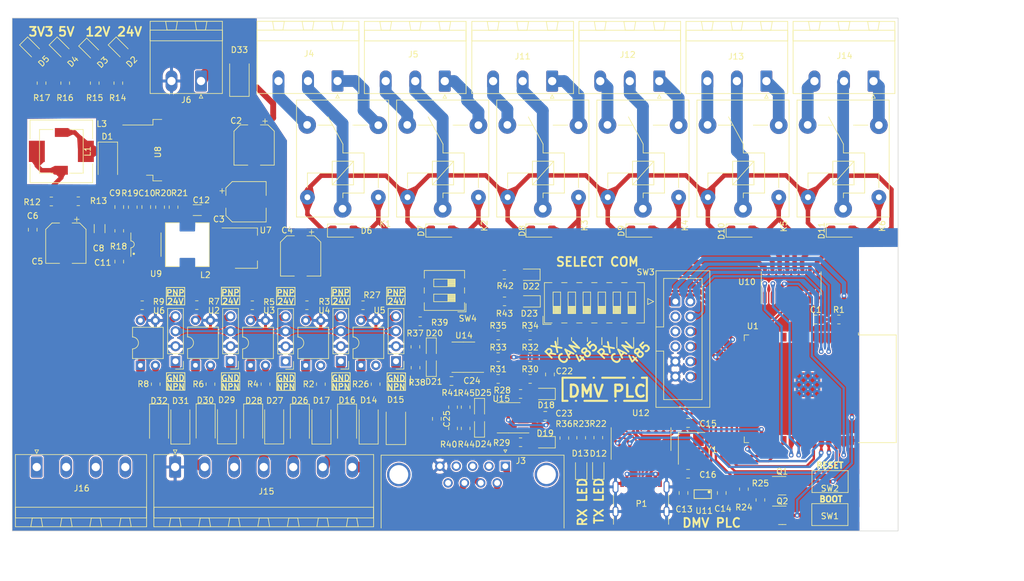
<source format=kicad_pcb>
(kicad_pcb (version 20221018) (generator pcbnew)
  (layers (0 "F.Cu" signal) (31 "B.Cu" signal) (34 "B.Paste" user) (35 "F.Paste" user) (36 "B.SilkS" user "B.Silkscreen") (37 "F.SilkS" user "F.Silkscreen") (38 "B.Mask" user) (39 "F.Mask" user) (44 "Edge.Cuts" user))
  (net 0 "")
  (net 1 "/EN")
  (net 2 "GND")
  (net 3 "+24V")
  (net 4 "+12V")
  (net 5 "Net-(C10-Pad2)")
  (net 6 "+5V")
  (net 7 "+3V3")
  (net 8 "/USB/VBUS")
  (net 9 "Net-(C25-Pad1)")
  (net 10 "Net-(D1-K)")
  (net 11 "Net-(D2-A)")
  (net 12 "Net-(D3-A)")
  (net 13 "Net-(D4-A)")
  (net 14 "Net-(D5-A)")
  (net 15 "Net-(D6-A)")
  (net 16 "Net-(D7-A)")
  (net 17 "Net-(D8-A)")
  (net 18 "Net-(D9-A)")
  (net 19 "Net-(D10-A)")
  (net 20 "Net-(D11-A)")
  (net 21 "Net-(D12-A)")
  (net 22 "Net-(D13-A)")
  (net 23 "/COMUNICAÇÃO/RXD_RS232")
  (net 24 "/COMUNICAÇÃO/TXD_RS232")
  (net 25 "/COMUNICAÇÃO/A_RS485")
  (net 26 "/BOOT")
  (net 27 "/COMUNICAÇÃO/B_RS485")
  (net 29 "Net-(D18-A)")
  (net 30 "Net-(D19-A)")
  (net 32 "/COMUNICAÇÃO/CAN_H")
  (net 33 "/COMUNICAÇÃO/CAN_L")
  (net 34 "Net-(D22-A)")
  (net 35 "Net-(D23-A)")
  (net 36 "/COMUNICAÇÃO/RX_RS232")
  (net 37 "/COMUNICAÇÃO/TX_RS232")
  (net 38 "/USB/RTS")
  (net 39 "/OUTPUTS/COM_OUT1")
  (net 40 "/USB/DTR")
  (net 41 "Net-(R2-Pad2)")
  (net 42 "Net-(R6-Pad2)")
  (net 43 "/OUTPUTS/COM_OUT2")
  (net 44 "/OUTPUTS/COM_OUT3")
  (net 45 "/OUTPUTS/COM_OUT4")
  (net 46 "/OUTPUTS/COM_OUT5")
  (net 47 "/OUTPUTS/COM_OUT6")
  (net 48 "Net-(Q1-B)")
  (net 49 "Net-(Q2-B)")
  (net 50 "/INPUTS/IN1")
  (net 51 "Net-(D14-A)")
  (net 52 "Net-(R4-Pad2)")
  (net 53 "Net-(D16-K)")
  (net 54 "/INPUTS/IN2")
  (net 55 "Net-(D17-A)")
  (net 56 "/MIC_IN1")
  (net 57 "+3.3V")
  (net 58 "/MIC_IN2")
  (net 59 "/MIC_IN3")
  (net 60 "/MIC_IN4")
  (net 61 "/MIC_IN5")
  (net 62 "Net-(U9-FB)")
  (net 63 "/TX_UART0")
  (net 64 "/RX_UART0")
  (net 65 "/COMUNICAÇÃO/RX_CAN")
  (net 66 "/COMUNICAÇÃO/TX_CAN")
  (net 67 "/COMUNICAÇÃO/TX_RS485")
  (net 68 "/COMUNICAÇÃO/RX_RS485")
  (net 70 "/RTS")
  (net 72 "/EN_CAN")
  (net 73 "/TX_UART2")
  (net 74 "/MIC_OUT5")
  (net 75 "/MIC_OUT6")
  (net 76 "/MIC_OUT4")
  (net 83 "/RX_UART2")
  (net 84 "/MIC_OUT1")
  (net 85 "/MIC_OUT2")
  (net 87 "/MIC_OUT3")
  (net 88 "Net-(D26-K)")
  (net 89 "/INPUTS/IN3")
  (net 90 "Net-(D27-A)")
  (net 91 "Net-(D28-K)")
  (net 92 "/INPUTS/IN4")
  (net 93 "Net-(D29-A)")
  (net 94 "Net-(D30-K)")
  (net 95 "Net-(U9-SS)")
  (net 96 "Net-(U9-COMP)")
  (net 97 "Net-(U9-BS)")
  (net 98 "Net-(U9-SW)")
  (net 99 "Net-(U12-XI)")
  (net 100 "Net-(U12-XO)")
  (net 101 "Net-(U8-FB)")
  (net 102 "Net-(U9-EN)")
  (net 103 "Net-(R39-Pad1)")
  (net 114 "Net-(P1-D+)")
  (net 115 "Net-(P1-D-)")
  (net 116 "/SDA")
  (net 117 "/SCL")
  (net 118 "/AUX1")
  (net 119 "/AUX2")
  (net 120 "/ADC1")
  (net 121 "/ADC2")
  (net 122 "/DAC1")
  (net 123 "/DAC2")
  (net 124 "/INPUTS/IN5")
  (net 125 "Net-(D31-A)")
  (net 126 "Net-(D32-K)")
  (net 127 "Net-(R8-Pad2)")
  (net 128 "Net-(R26-Pad2)")
  (net 129 "/OUTPUTS/NF1")
  (net 130 "/OUTPUTS/NA1")
  (net 131 "/OUTPUTS/NF2")
  (net 132 "/OUTPUTS/NA2")
  (net 133 "/OUTPUTS/NF3")
  (net 134 "/OUTPUTS/NA3")
  (net 135 "/OUTPUTS/NF4")
  (net 136 "/OUTPUTS/NA4")
  (net 137 "/OUTPUTS/NF5")
  (net 138 "/OUTPUTS/NA5")
  (net 139 "/OUTPUTS/NF6")
  (net 140 "/OUTPUTS/NA6")
  (net 145 "Net-(D33-A)")
  (net 146 "/INPUTS/+24V_IN")
  (footprint "Capacitor_SMD:C_0805_2012Metric" (layer "F.Cu") (at 63.5 82.7278 -90)
    (fp_text reference "C6")
    (fp_text value "100nF")
  )
  (footprint "Capacitor_SMD:C_0805_2012Metric" (layer "F.Cu") (at 150.2816 114.2492 180)
    (fp_text reference "C23")
    (fp_text value "100nF")
  )
  (footprint "Resistor_SMD:R_0805_2012Metric" (layer "F.Cu") (at 100.6856 95.52845 180)
    (fp_text reference "R5")
    (fp_text value "10k")
  )
  (footprint "Diode_SMD:D_MiniMELF" (layer "F.Cu") (at 149.6672 82.8848)
    (fp_text reference "D8")
    (fp_text value "LL4148")
  )
  (footprint "Resistor_SMD:R_0805_2012Metric" (layer "F.Cu") (at 128.3208 106.0958 90)
    (fp_text reference "R38")
    (fp_text value "20k")
  )
  (footprint "Resistor_SMD:R_0805_2012Metric" (layer "F.Cu") (at 78.1558 82.9256 -90)
    (fp_text reference "R18")
    (fp_text value "100k")
  )
  (footprint "Resistor_SMD:R_0805_2012Metric" (layer "F.Cu") (at 146.1027 118.7196 180)
    (fp_text reference "R29")
    (fp_text value "1k")
  )
  (footprint "Resistor_SMD:R_0805_2012Metric" (layer "F.Cu") (at 142.3143 104.3178)
    (fp_text reference "R33")
    (fp_text value "10k")
  )
  (footprint "Button_Switch_SMD:SW_DIP_SPSTx06_Slide_6.7x16.8mm_W8.61mm_P2.54mm_LowProfile" (layer "F.Cu") (at 158.5976 95.1106 90)
    (fp_text reference "SW3")
    (fp_text value "SW_DIP_x04")
  )
  (footprint "Connector_PinHeader_2.54mm:PinHeader_1x04_P2.54mm_Vertical" (layer "F.Cu") (at 87.6789 105.0036 180)
    (fp_text reference "J10" hide)
    (fp_text value "Conn_01x04")
  )
  (footprint "Capacitor_SMD:C_0805_2012Metric" (layer "F.Cu") (at 82.7278 78.8924 90)
    (fp_text reference "C10")
    (fp_text value "6.8nF")
  )
  (footprint "Resistor_SMD:R_0805_2012Metric" (layer "F.Cu") (at 66.6534 77.9526 180)
    (fp_text reference "R12")
    (fp_text value "10k")
  )
  (footprint "Package_DIP:DIP-4_W7.62mm" (layer "F.Cu") (at 91.0545 105.69035 90)
    (fp_text reference "U2")
    (fp_text value "PC817")
  )
  (footprint "Diode_SMD:D_SMA" (layer "F.Cu") (at 76.2254 71.406 -90)
    (fp_text reference "D1")
    (fp_text value "IN5825")
  )
  (footprint "Connector_PinHeader_2.54mm:PinHeader_1x04_P2.54mm_Vertical" (layer "F.Cu") (at 96.9981 105.00455 180)
    (fp_text reference "J9" hide)
    (fp_text value "Conn_01x04")
  )
  (footprint "LED_SMD:LED_0805_2012Metric_Pad1.15x1.40mm_HandSolder" (layer "F.Cu") (at 150.123 110.5408 180)
    (fp_text reference "D18")
    (fp_text value "LED")
  )
  (footprint "Package_TO_SOT_SMD:SOT-23" (layer "F.Cu") (at 190.3926 126.0784)
    (fp_text reference "Q1")
    (fp_text value "BC847")
  )
  (footprint "Capacitor_SMD:C_0805_2012Metric" (layer "F.Cu") (at 78.1558 88.1326 90)
    (fp_text reference "C11")
    (fp_text value "10nF")
  )
  (footprint "Capacitor_SMD:C_0805_2012Metric" (layer "F.Cu") (at 196.022 97.9424 180)
    (fp_text reference "C1")
    (fp_text value "100nF")
  )
  (footprint "Resistor_SMD:R_0805_2012Metric" (layer "F.Cu") (at 121.5644 108.8898 90)
    (fp_text reference "R26")
    (fp_text value "1k2")
  )
  (footprint "LED_SMD:LED_0805_2012Metric_Pad1.15x1.40mm_HandSolder" (layer "F.Cu") (at 147.5557 90.3558 180)
    (fp_text reference "D22")
    (fp_text value "LED")
  )
  (footprint "Diode_SMD:D_MELF" (layer "F.Cu") (at 84.8932 115.6666 -90)
    (fp_text reference "D32")
    (fp_text value "SM4007")
  )
  (footprint "Connector_Phoenix_MSTB:PhoenixContact_MSTBA_2,5_3-G_1x03_P5.00mm_Horizontal" (layer "F.Cu") (at 169.592 57.5747 180)
    (fp_text reference "J12")
    (fp_text value "Conn_01x03")
  )
  (footprint "Connector_PinHeader_2.54mm:PinHeader_1x04_P2.54mm_Vertical" (layer "F.Cu") (at 125.0169 105.00455 180)
    (fp_text reference "J2" hide)
    (fp_text value "Conn_01x04")
  )
  (footprint "Capacitor_SMD:C_1206_3216Metric" (layer "F.Cu") (at 74.8284 82.55 90)
    (fp_text reference "C8")
    (fp_text value "4.7uF/25V")
  )
  (footprint "Diode_SMD:D_SOD-323" (layer "F.Cu") (at 139.1554 116.2558 90)
    (fp_text reference "D24")
    (fp_text value "SD15")
  )
  (footprint "Package_SO:SO-8_3.9x4.9mm_P1.27mm" (layer "F.Cu") (at 136.4138 104.3178 180)
    (fp_text reference "U14")
    (fp_text value "MAX485E")
  )
  (footprint "Resistor_SMD:R_0805_2012Metric" (layer "F.Cu") (at 71.2216 77.9272)
    (fp_text reference "R13")
    (fp_text value "1.2k")
  )
  (footprint "Crystal:Crystal_SMD_3225-4Pin_3.2x2.5mm_HandSoldering" (layer "F.Cu") (at 175.0681 119.7614 -90)
    (fp_text reference "Y1")
    (fp_text value "12MHZ")
  )
  (footprint "Package_DIP:DIP-4_W7.62mm" (layer "F.Cu") (at 109.7261 105.71575 90)
    (fp_text reference "U4")
    (fp_text value "PC817")
  )
  (footprint "LED_SMD:LED_0805_2012Metric_Pad1.15x1.40mm_HandSolder" (layer "F.Cu") (at 73.275216 52.275216 -45)
    (fp_text reference "D3")
    (fp_text value "LED")
  )
  (footprint "Resistor_SMD:R_0805_2012Metric" (layer "F.Cu") (at 134.6708 112.776 90)
    (fp_text reference "R41")
    (fp_text value "120R")
  )
  (footprint "Resistor_SMD:R_0805_2012Metric" (layer "F.Cu") (at 153.5176 118.0065 -90)
    (fp_text reference "R36")
    (fp_text value "10k")
  )
  (footprint "Connector_PinHeader_2.54mm:PinHeader_1x04_P2.54mm_Vertical" (layer "F.Cu") (at 115.6697 105.00455 180)
    (fp_text reference "J7" hide)
    (fp_text value "Conn_01x04")
  )
  (footprint "Resistor_SMD:R_0805_2012Metric" (layer "F.Cu") (at 84.328 108.8898 90)
    (fp_text reference "R8")
    (fp_text value "1k2")
  )
  (footprint "Capacitor_SMD:CP_Elec_6.3x5.9" (layer "F.Cu") (at 69.1134 85.0138 -90)
    (fp_text reference "C5")
    (fp_text value "220uF")
  )
  (footprint "Resistor_SMD:R_0805_2012Metric" (layer "F.Cu") (at 80.4418 78.9124 90)
    (fp_text reference "R19")
    (fp_text value "6.8k")
  )
  (footprint "Resistor_SMD:R_0805_2012Metric" (layer "F.Cu") (at 93.599 108.8898 90)
    (fp_text reference "R6")
    (fp_text value "1k2")
  )
  (footprint "Resistor_SMD:R_0805_2012Metric" (layer "F.Cu") (at 183.9201 126.6649 -90)
    (fp_text reference "R24")
    (fp_text value "1k")
  )
  (footprint "Resistor_SMD:R_0805_2012Metric" (layer "F.Cu") (at 69 57.9125 -90)
    (fp_text reference "R16")
    (fp_text value "1,5k")
  )
  (footprint "Package_TO_SOT_SMD:SOT-223-3_TabPin2" (layer "F.Cu") (at 99.6442 85.852)
    (fp_text reference "U7")
    (fp_text value "AMS1117-3.3")
  )
  (footprint "Resistor_SMD:R_0805_2012Metric" (layer "F.Cu") (at 74 57.9125 -90)
    (fp_text reference "R15")
    (fp_text value "3.7k")
  )
  (footprint "componentes_gabriel:SOP127P600X175-9N" (layer "F.Cu") (at 82.677 85.2624 90)
    (fp_text reference "U9")
    (fp_text value "MP1484")
  )
  (footprint "Resistor_SMD:R_0805_2012Metric" (layer "F.Cu") (at 87.3506 78.9124 -90)
    (fp_text reference "R21")
    (fp_text value "47k")
  )
  (footprint "Diode_SMD:D_MELF" (layer "F.Cu") (at 100.8316 115.645 -90)
    (fp_text reference "D28")
    (fp_text value "SM4007")
  )
  (footprint "Capacitor_SMD:C_0805_2012Metric" (layer "F.Cu") (at 78.1558 78.8924 90)
    (fp_text reference "C9")
    (fp_text value "0.1uF")
  )
  (footprint "Resistor_SMD:R_0805_2012Metric" (layer "F.Cu") (at 65 57.9125 -90)
    (fp_text reference "R17")
    (fp_text value "1k")
  )
  (footprint "Relay_THT:Relay_SPDT_SANYOU_SRD_Series_Form_C" (layer "F.Cu") (at 200.7172 79.1848 90)
    (fp_text reference "K6")
    (fp_text value "SANYOU_SRD_Form_C")
  )
  (footprint "Button_Switch_SMD:SW_SPST_CK_RS282G05A3" (layer "F.Cu") (at 198.5091 125.3824)
    (fp_text reference "SW2")
    (fp_text value "SW_DIP_x01")
  )
  (footprint "LED_SMD:LED_0805_2012Metric_Pad1.15x1.40mm_HandSolder" (layer "F.Cu") (at 147.5849 94.869 180)
    (fp_text reference "D23")
    (fp_text value "LED")
  )
  (footprint "Diode_SMD:D_MELF" (layer "F.Cu") (at 108.73 115.6666 -90)
    (fp_text reference "D26")
    (fp_text value "SM4007")
  )
  (footprint "Diode_SMD:D_MELF" (layer "F.Cu") (at 116.73 115.6666 -90)
    (fp_text reference "D16")
    (fp_text value "SM4007")
  )
  (footprint "Diode_SMD:D_SMA" (layer "F.Cu") (at 125 115.602 90)
    (fp_text reference "D15")
    (fp_text value "1N4007")
  )
  (footprint "Resistor_SMD:R_0805_2012Metric" (layer "F.Cu") (at 128.2954 102.5671 90)
    (fp_text reference "R37")
    (fp_text value "20k")
  )
  (footprint "Connector_IDC:IDC-Header_2x06_P2.54mm_Vertical" (layer "F.Cu") (at 172.3136 94.8944)
    (fp_text reference "J1" hide)
    (fp_text value "Conn_02x06_Odd_Even")
  )
  (footprint "Resistor_SMD:R_0805_2012Metric" (layer "F.Cu") (at 82.042 95.5275 180)
    (fp_text reference "R9")
    (fp_text value "10k")
  )
  (footprint "Relay_THT:Relay_SPDT_SANYOU_SRD_Series_Form_C" (layer "F.Cu") (at 149.8672 79.1848 90)
    (fp_text reference "K3")
    (fp_text value "SANYOU_SRD_Form_C")
  )
  (footprint "Inductor_SMD:L_7.3x7.3_H3.5" (layer "F.Cu") (at 68.3514 69.4694 -90)
    (fp_text reference "L1")
    (fp_text value "10uH 4A")
  )
  (footprint "Diode_SMD:D_MiniMELF" (layer "F.Cu") (at 183.5672 82.8848)
    (fp_text reference "D10")
    (fp_text value "LL4148")
  )
  (footprint "Diode_SMD:D_MELF" (layer "F.Cu") (at 96.393 115.583 90)
    (fp_text reference "D29")
    (fp_text value "SM4007")
  )
  (footprint "Capacitor_SMD:C_0805_2012Metric" (layer "F.Cu") (at 131.9276 114.7572 -90)
    (fp_text reference "C25")
    (fp_text value "4.7nF")
  )
  (footprint "Diode_SMD:D_SOD-323" (layer "F.Cu") (at 130.9878 105.9688 90)
    (fp_text reference "D21")
    (fp_text value "SD15")
  )
  (footprint "Resistor_SMD:R_0805_2012Metric" (layer "F.Cu") (at 142.3143 108.0008)
    (fp_text reference "R31")
    (fp_text value "10k")
  )
  (footprint "Relay_THT:Relay_SPDT_SANYOU_SRD_Series_Form_C" (layer "F.Cu") (at 115.9672 79.1848 90)
    (fp_text reference "K1")
    (fp_text value "SANYOU_SRD_Form_C")
  )
  (footprint "Capacitor_SMD:C_0805_2012Metric" (layer "F.Cu") (at 151.0792 107.2388 90)
    (fp_text reference "C22")
    (fp_text value "100nF")
  )
  (footprint "Capacitor_SMD:C_0805_2012Metric" (layer "F.Cu") (at 134.4066 108.3564 180)
    (fp_text reference "C24")
    (fp_text value "10uF")
  )
  (footprint "Button_Switch_SMD:SW_SPST_CK_RS282G05A3" (layer "F.Cu") (at 198.4731 130.9734)
    (fp_text reference "SW1")
    (fp_text value "SW_DIP_x01")
  )
  (footprint "Connector_Phoenix_MSTB:PhoenixContact_MSTBA_2,5_3-G_1x03_P5.00mm_Horizontal" (layer "F.Cu") (at 187.7276 57.5747 180)
    (fp_text reference "J13")
    (fp_text value "Conn_01x03")
  )
  (footprint "Connector_Dsub:DSUB-9_Female_Horizontal_P2.77x2.84mm_EdgePinOffset7.70mm_Housed_MountingHolesOffset9.12mm" (layer "F.Cu") (at 143.5228 122.770069)
    (fp_text reference "J3")
    (fp_text value "DB9_Female")
  )
  (footprint "Capacitor_SMD:CP_Elec_6.3x5.9" (layer "F.Cu") (at 108.8644 87.1728 -90)
    (fp_text reference "C4")
    (fp_text value "100uF")
  )
  (footprint "Relay_THT:Relay_SPDT_SANYOU_SRD_Series_Form_C" (layer "F.Cu") (at 166.8172 79.1848 90)
    (fp_text reference "K4")
    (fp_text value "SANYOU_SRD_Form_C")
  )
  (footprint "Resistor_SMD:R_0805_2012Metric" (layer "F.Cu") (at 134.6708 116.3809 90)
    (fp_text reference "R40")
    (fp_text value "120R")
  )
  (footprint "Package_DIP:DIP-4_W7.62mm" (layer "F.Cu") (at 81.7353 105.7148 90)
    (fp_text reference "U6")
    (fp_text value "PC817")
  )
  (footprint "LED_SMD:LED_0805_2012Metric_Pad1.15x1.40mm_HandSolder" (layer "F.Cu") (at 159.2681 123.1364 90)
    (fp_text reference "D12")
    (fp_text value "LED")
  )
  (footprint "Resistor_SMD:R_0805_2012Metric" (layer "F.Cu") (at 143.3849 94.869 180)
    (fp_text reference "R43")
    (fp_text value "1k")
  )
  (footprint "Resistor_SMD:R_0805_2012Metric" (layer "F.Cu") (at 186.7141 128.4899 90)
    (fp_text reference "R25")
    (fp_text value "1k")
  )
  (footprint "Resistor_SMD:R_0805_2012Metric" (layer "F.Cu") (at 159.2681 117.9364 90)
    (fp_text reference "R22")
    (fp_text value "1k")
  )
  (footprint "Package_TO_SOT_SMD:SOT-23" (layer "F.Cu") (at 190.4226 131.0974)
    (fp_text reference "Q2")
    (fp_text value "BC847")
  )
  (footprint "Resistor_SMD:R_0805_2012Metric" (layer "F.Cu") (at 136.8044 116.379 90)
    (fp_text reference "R44")
    (fp_text value "120R")
  )
  (footprint "Resistor_SMD:R_0805_2012Metric" (layer "F.Cu") (at 200.0015 97.9424)
    (fp_text reference "R1")
    (fp_text value "10k")
  )
  (footprint "Capacitor_SMD:C_0805_2012Metric" (layer "F.Cu") (at 180.1681 127.3114 90)
    (fp_text reference "C14")
    (fp_text value "10uF")
  )
  (footprint "Connector_Phoenix_MSTB:PhoenixContact_MSTBA_2,5_4-G_1x04_P5.00mm_Horizontal" (layer "F.Cu") (at 64.1788 122.9177)
    (fp_text reference "J16")
    (fp_text value "Conn_01x04")
  )
  (footprint "Resistor_SMD:R_0805_2012Metric" (layer "F.Cu") (at 85.0646 78.9124 90)
    (fp_text reference "R20")
    (fp_text value "10k")
  )
  (footprint "Diode_SMD:D_MiniMELF" (layer "F.Cu") (at 116.0672 82.8848)
    (fp_text reference "D6")
    (fp_text value "LL4148")
  )
  (footprint "Package_DIP:DIP-4_W7.62mm" (layer "F.Cu") (at 119.0683 105.70575 90)
    (fp_text reference "U5")
    (fp_text value "PC817")
  )
  (footprint "Connector_Phoenix_MSTB:PhoenixContact_MSTBA_2,5_3-G_1x03_P5.00mm_Horizontal" (layer "F.Cu") (at 151.4564 57.5747 180)
    (fp_text reference "J11")
    (fp_text value "Conn_01x03")
  )
  (footprint "Resistor_SMD:R_0805_2012Metric" (layer "F.Cu") (at 147.7283 104.3178)
    (fp_text reference "R32")
    (fp_text value "10k")
  )
  (footprint "Resistor_SMD:R_0805_2012Metric" (layer "F.Cu") (at 146.1027 110.5408 180)
    (fp_text reference "R28")
    (fp_text value "1k")
  )
  (footprint "Diode_SMD:D_SMA" (layer "F.Cu") (at 98.5012 56.642 90)
    (fp_text reference "D33")
    (fp_text value "1N4007")
  )
  (footprint "Resistor_SMD:R_0805_2012Metric" (layer "F.Cu") (at 147.7283 108.0008)
    (fp_text reference "R30")
    (fp_text value "10k")
  )
  (footprint "Resistor_SMD:R_0805_2012Metric" (layer "F.Cu") (at 91.2831 95.50305 180)
    (fp_text reference "R7")
    (fp_text value "10k")
  )
  (footprint "Diode_SMD:D_MELF" (layer "F.Cu") (at 104.3876 115.6 90)
    (fp_text reference "D27")
    (fp_text value "SM4007")
  )
  (footprint "Diode_SMD:D_SOD-323" (layer "F.Cu") (at 130.9878 102.6668 -90)
    (fp_text reference "D20")
    (fp_text value "SD15")
  )
  (footprint "Package_SO:SOIC-16_3.9x9.9mm_P1.27mm" (layer "F.Cu") (at 191.9224 91.7956 90)
    (fp_text reference "U10")
    (fp_text value "ULN2003A")
  )
  (footprint "Connector_Phoenix_MSTB:PhoenixContact_MSTBA_2,5_3-G_1x03_P5.00mm_Horizontal" (layer "F.Cu") (at 115.1128 57.5564 180)
    (fp_text reference "J4")
    (fp_text value "Conn_01x03")
  )
  (footprint "Button_Switch_SMD:SW_DIP_SPSTx02_Slide_6.7x6.64mm_W8.61mm_P2.54mm_LowProfile" (layer "F.Cu") (at 133.21 93.0148 180)
    (fp_text reference "SW4")
    (fp_text value "SW_DIP_x02")
  )
  (footprint "Package_SO:SOIC-8_3.9x4.9mm_P1.27mm" (layer "F.Cu") (at 144.083 114.5794 180)
    (fp_text reference "U15")
    (fp_text value "TJA1049T-3")
  )
  (footprint "Connector_Phoenix_MSTB:PhoenixContact_MSTBA_2,5_3-G_1x03_P5.00mm_Horizontal" (layer "F.Cu") (at 133.27 57.5747 180)
    (fp_text reference "J5")
    (fp_text value "Conn_01x03")
  )
  (footprint "Connector_Phoenix_MSTB:PhoenixContact_MSTBA_2,5_7-G_1x07_P5.00mm_Horizontal" (layer "F.Cu") (at 87.616 122.9177)
    (fp_text reference "J15")
    (fp_text value "Conn_01x07")
  )
  (footprint "Capacitor_SMD:C_0805_2012Metric" (layer "F.Cu") (at 174.4681 124.0614)
    (fp_text reference "C16")
    (fp_text value "22pF")
  )
  (footprint "Capacitor_SMD:C_0805_2012Metric" (layer "F.Cu") (at 173.6931 127.3114 -90)
    (fp_text reference "C13")
    (fp_text value "10uF")
  )
  (footprint "Package_SO:SOIC-16_3.9x9.9mm_P1.27mm" (layer "F.Cu") (at 166.5031 118.1864 90)
    (fp_text reference "U12")
    (fp_text value "CH340G")
  )
  (footprint "componentes_gabriel:Richtek-RT9193-33GB-0" (layer "F.Cu") (at 176.9431 127.5114 -90)
    (fp_text reference "U11")
    (fp_text value "RT9193-33GB")
  )
  (footprint "Resistor_SMD:R_0805_2012Metric" (layer "F.Cu") (at 129.1082 98.2472 180)
    (fp_text reference "R39")
    (fp_text value "120R")
  )
  (footprint "Connector_Phoenix_MSTB:PhoenixContact_MSTBA_2,5_2-G_1x02_P5.00mm_Horizontal" (layer "F.Cu") (at 92 57.5564 180)
    (fp_text reference "J6")
    (fp_text value "Conn_01x02")
  )
  (footprint "LED_SMD:LED_0805_2012Metric_Pad1.15x1.40mm_HandSolder" (layer "F.Cu") (at 156.3681 123.1614 90)
    (fp_text reference "D13")
    (fp_text value "LED")
  )
  (footprint "Relay_THT:Relay_SPDT_SANYOU_SRD_Series_Form_C" (layer "F.Cu") (at 132.9172 79.1848 90)
    (fp_text reference "K2")
    (fp_text value "SANYOU_SRD_Form_C")
  )
  (footprint "Package_DIP:DIP-4_W7.62mm" (layer "F.Cu") (at 100.3789 105.71575 90)
    (fp_text reference "U3")
    (fp_text value "PC817")
  )
  (footprint "LED_SMD:LED_0805_2012Metric_Pad1.15x1.40mm_HandSolder" (layer "F.Cu") (at 68.275216 52.088 -45)
    (fp_text reference "D4")
    (fp_text value "LED")
  )
  (footprint "Capacitor_SMD:CP_Elec_6.3x5.9" (layer "F.Cu") (at 99.6188 78.0034)
    (fp_text reference "C3")
    (fp_text value "22OuF")
  )
  (footprint "Inductor_SMD:L_7.3x7.3_H3.5" (layer "F.Cu") (at 89.6874 85.2624 90)
    (fp_text reference "L2")
    (fp_text value "10uH 4A")
  )
  (footprint "LED_SMD:LED_0805_2012Metric_Pad1.15x1.40mm_HandSolder" (layer "F.Cu") (at 63.275216 52.088 -45)
    (fp_text reference "D5")
    (fp_text value "LED")
  )
  (footprint "Resistor_SMD:R_0805_2012Metric" (layer "F.Cu") (at 156.3681 117.9614 90)
    (fp_text reference "R23")
    (fp_text value "1k")
  )
  (footprint "Resistor_SMD:R_0805_2012Metric" (layer "F.Cu") (at 102.9208 108.8898 90)
    (fp_text reference "R4")
    (fp_text value "1k2")
  )
  (footprint "Capacitor_SMD:C_1206_3216Metric" (layer "F.Cu") (at 91.3638 79.4204)
    (fp_text reference "C12")
    (fp_text value "10uF/25V x2")
  )
  (footprint "Relay_THT:Relay_SPDT_SANYOU_SRD_Series_Form_C" (layer "F.Cu") (at 183.7672 79.1848 90)
    (fp_text reference "K5")
    (fp_text value "SANYOU_SRD_Form_C")
  )
  (footprint "Resistor_SMD:R_0805_2012Metric" (layer "F.Cu") (at 112.2934 108.8898 90)
    (fp_text reference "R2")
    (fp_text value "1k2")
  )
  (footprint "Diode_SMD:D_MiniMELF" (layer "F.Cu") (at 166.6172 82.8848)
    (fp_text reference "D9")
    (fp_text value "LL4148")
  )
  (footprint "Diode_SMD:D_MELF" (layer "F.Cu") (at 120.3876 115.6216 90)
    (fp_text reference "D14")
    (fp_text value "SM4007")
  )
  (footprint "Diode_SMD:D_SOD-323" (layer "F.Cu") (at 139.1554 112.903 -90)
    (fp_text reference "D25")
    (fp_text value "SD15")
  )
  (footprint "RF_Module:ESP32-WROOM-32" (layer "F.Cu") (at 193.8582 109.6704 -90)
    (fp_text reference "U1")
    (fp_text value "ESP32-WROOM-32")
  )
  (footprint "Connector_USB:USB_C_Receptacle_GCT_USB4105-xx-A_16P_TopMnt_Horizontal" (layer "F.Cu") (at 166.5026 129.3764)
    (fp_text reference "P1")
    (fp_text value "USB_C_Plug_USB2.0")
  )
  (footprint "Resistor_SMD:R_0805_2012Metric" (layer "F.Cu") (at 109.9293 95.52845 180)
    (fp_text reference "R3")
    (fp_text value "10k")
  )
  (footprint "Connector_Phoenix_MSTB:PhoenixContact_MSTBA_2,5_3-G_1x03_P5.00mm_Horizontal" (layer "F.Cu") (at 205.8632 57.5747 180)
    (fp_text reference "J14")
    (fp_text value "Conn_01x03")
  )
  (footprint "Inductor_SMD:L_10.4x10.4_H4.8" (layer "F.Cu") (at 68.3514 69.4694 180)
    (fp_text reference "L3")
    (fp_text value "10uH 4A")
  )
  (footprint "Resistor_SMD:R_0805_2012Metric" (layer "F.Cu") (at 119.4289 95.52845 180)
    (fp_text reference "R27")
    (fp_text value "10k")
  )
  (footprint "Diode_SMD:D_MELF" (layer "F.Cu") (at 92.7862 115.628 -90)
    (fp_text reference "D30")
    (fp_text value "SM4007")
  )
  (footprint "Diode_SMD:D_MELF" (layer "F.Cu") (at 88.5 115.6216 90)
    (fp_text reference "D31")
    (fp_text value "SM4007")
  )
  (footprint "Connector_PinHeader_2.54mm:PinHeader_1x04_P2.54mm_Vertical" (layer "F.Cu") (at 106.3225 105.02995 180)
    (fp_text reference "J8" hide)
    (fp_text value "Conn_01x04")
  )
  (footprint "Diode_SMD:D_MiniMELF" (layer "F.Cu") (at 200.5172 82.8848)
    (fp_text reference "D11")
    (fp_text value "LL4148")
  )
  (footprint "Package_TO_SOT_SMD:TO-263-5_TabPin3" (layer "F.Cu") (at 88.6834 69.2594)
    (fp_text reference "U8")
    (fp_text value "LM2596S-ADJ")
  )
  (footprint "LED_SMD:LED_0805_2012Metric_Pad1.15x1.40mm_HandSolder" (layer "F.Cu") (at 78.275216 52.088 -45)
    (fp_text reference "D2")
    (fp_text value "LED")
  )
  (footprint "Resistor_SMD:R_0805_2012Metric" (layer "F.Cu") (at 136.8044 112.7779 90)
    (fp_text reference "R45")
    (fp_text value "120R")
  )
  (footprint "Capacitor_SMD:C_0805_2012Metric" (layer "F.Cu") (at 174.4681 115.4614)
    (fp_text reference "C15")
    (fp_text value "22pF")
  )
  (footprint "Diode_SMD:D_MiniMELF" (layer "F.Cu") (at 132.7172 82.8848)
    (fp_text reference "D7")
    (fp_text value "LL4148")
  )
  (footprint "Resistor_SMD:R_0805_2012Metric" (layer "F.Cu") (at 78 57.9125 -90)
    (fp_text reference "R14")
    (fp_text value "7.2k")
  )
  (footprint "Resistor_SMD:R_0805_2012Metric" (layer "F.Cu") (at 143.3557 90.3478 180)
    (fp_text reference "R42")
    (fp_text value "1k")
  )
  (footprint "Resistor_SMD:R_0805_2012Metric" (layer "F.Cu") (at 147.7283 100.6348)
    (fp_text reference "R34")
    (fp_text value "10k")
  )
  (footprint "Resistor_SMD:R_0805_2012Metric" (layer "F.Cu") (at 142.3143 100.6348)
    (fp_text reference "R35")
    (fp_text value "10k")
  )
  (footprint "Capacitor_SMD:CP_Elec_6.3x5.9" (layer "F.Cu") (at 100.9904 68.3962 -90)
    (fp_text reference "C2")
    (fp_text value "220uF")
  )
  (footprint "LED_SMD:LED_0805_2012Metric_Pad1.15x1.40mm_HandSolder" (layer "F.Cu") (at 150.123 118.7196 180)
    (fp_text reference "D19")
    (fp_text value "LED")
  )
  (footprint "Diode_SMD:D_MELF" (layer "F.Cu") (at 112.3876 115.6216 90)
    (fp_text reference "D17")
    (fp_text value "SM4007")
  )
  (gr_line (start 98.552 95.4278) (end 95.4532 95.4278) (stroke (width 0.15)) (layer "F.SilkS"))
  (gr_line (start 96.8756 92.4814) (end 98.5012 92.4814) (stroke (width 0.15)) (layer "F.SilkS"))
  (gr_line (start 126.5682 106.9848) (end 126.619 106.9848) (stroke (width 0.15)) (layer "F.SilkS"))
  (gr_line (start 117.1956 106.9594) (end 117.2464 106.9594) (stroke (width 0.15)) (layer "F.SilkS"))
  (gr_line (start 117.1956 108.4326) (end 117.2464 108.4326) (stroke (width 0.15)) (layer "F.SilkS"))
  (gr_line (start 106.2482 108.458) (end 107.8738 108.458) (stroke (width 0.15)) (layer "F.SilkS"))
  (gr_line (start 123.5202 106.9848) (end 124.9426 106.9848) (stroke (width 0.15)) (layer "F.SilkS"))
  (gr_line (start 107.8484 93.98) (end 107.8992 93.98) (stroke (width 0.15)) (layer "F.SilkS"))
  (gr_line (start 126.5428 95.4278) (end 123.444 95.4278) (stroke (width 0.15)) (layer "F.SilkS"))
  (gr_line (start 107.8992 92.5068) (end 107.8992 93.98) (stroke (width 0.15)) (layer "F.SilkS"))
  (gr_line (start 87.5538 93.98) (end 89.1794 93.98) (stroke (width 0.15)) (layer "F.SilkS"))
  (gr_line (start 86.1568 108.4834) (end 86.1568 108.4326) (stroke (width 0.15)) (layer "F.SilkS"))
  (gr_line (start 107.8738 108.458) (end 107.9246 108.458) (stroke (width 0.15)) (layer "F.SilkS"))
  (gr_line (start 86.1568 106.9594) (end 87.5792 106.9594) (stroke (width 0.15)) (layer "F.SilkS"))
  (gr_line (start 115.5446 92.4814) (end 117.1702 92.4814) (stroke (width 0.15)) (layer "F.SilkS"))
  (gr_line (start 107.8738 106.9848) (end 107.9246 106.9848) (stroke (width 0.15)) (layer "F.SilkS"))
  (gr_line (start 126.5428 93.9546) (end 123.444 93.9546) (stroke (width 0.15)) (layer "F.SilkS"))
  (gr_line (start 98.552 92.4814) (end 98.552 93.9546) (stroke (width 0.15)) (layer "F.SilkS"))
  (gr_line (start 104.8004 92.5068) (end 106.2228 92.5068) (stroke (width 0.15)) (layer "F.SilkS"))
  (gr_line (start 124.8664 92.4814) (end 126.492 92.4814) (stroke (width 0.15)) (layer "F.SilkS"))
  (gr_line (start 124.9426 108.458) (end 126.5682 108.458) (stroke (width 0.15)) (layer "F.SilkS"))
  (gr_line (start 126.619 108.458) (end 126.619 109.9312) (stroke (width 0.15)) (layer "F.SilkS"))
  (gr_line (start 107.8992 93.98) (end 104.8004 93.98) (stroke (width 0.15)) (layer "F.SilkS"))
  (gr_line (start 104.8004 92.5576) (end 104.8004 92.5068) (stroke (width 0.15)) (layer "F.SilkS"))
  (gr_line (start 86.1314 93.98) (end 86.1314 92.5576) (stroke (width 0.15)) (layer "F.SilkS"))
  (gr_line (start 86.1568 108.4326) (end 86.1568 107.0102) (stroke (width 0.15)) (layer "F.SilkS"))
  (gr_line (start 87.5792 106.9594) (end 89.2048 106.9594) (stroke (width 0.15)) (layer "F.SilkS"))
  (gr_line (start 107.8992 95.4532) (end 104.8004 95.4532) (stroke (width 0.15)) (layer "F.SilkS"))
  (gr_line (start 123.444 95.4278) (end 123.444 94.0054) (stroke (width 0.15)) (layer "F.SilkS"))
  (gr_line (start 98.552 108.4326) (end 98.552 109.9058) (stroke (width 0.15)) (layer "F.SilkS"))
  (gr_line (start 124.8664 93.9546) (end 126.492 93.9546) (stroke (width 0.15)) (layer "F.SilkS"))
  (gr_line (start 114.1476 108.4834) (end 114.1476 108.4326) (stroke (width 0.15)) (layer "F.SilkS"))
  (gr_line (start 114.1476 107.0102) (end 114.1476 106.9594) (stroke (width 0.15)) (layer "F.SilkS"))
  (gr_line (start 89.2556 108.4326) (end 89.2556 109.9058) (stroke (width 0.15)) (layer "F.SilkS"))
  (gr_line (start 98.552 108.4326) (end 95.4532 108.4326) (stroke (width 0.15)) (layer "F.SilkS"))
  (gr_line (start 107.9246 109.9312) (end 104.8258 109.9312) (stroke (width 0.15)) (layer "F.SilkS"))
  (gr_line (start 117.2464 106.9594) (end 117.2464 108.4326) (stroke (width 0.15)) (layer "F.SilkS"))
  (gr_line (start 86.1314 93.98) (end 87.5538 93.98) (stroke (width 0.15)) (layer "F.SilkS"))
  (gr_line (start 126.619 108.458) (end 123.5202 108.458) (stroke (width 0.15)) (layer "F.SilkS"))
  (gr_line (start 95.4532 93.9546) (end 96.8756 93.9546) (stroke (width 0.15)) (layer "F.SilkS"))
  (gr_line (start 89.2302 95.4532) (end 86.1314 95.4532) (stroke (width 0.15)) (layer "F.SilkS"))
  (gr_line (start 86.1314 94.0308) (end 86.1314 93.98) (stroke (width 0.15)) (layer "F.SilkS"))
  (gr_line (start 89.2556 106.9594) (end 89.2556 108.4326) (stroke (width 0.15)) (layer "F.SilkS"))
  (gr_line (start 86.1568 109.9058) (end 86.1568 108.4834) (stroke (width 0.15)) (layer "F.SilkS"))
  (gr_line (start 117.2464 108.4326) (end 117.2464 109.9058) (stroke (width 0.15)) (layer "F.SilkS"))
  (gr_line (start 104.8258 106.9848) (end 106.2482 106.9848) (stroke (width 0.15)) (layer "F.SilkS"))
  (gr_line (start 104.8004 93.98) (end 106.2228 93.98) (stroke (width 0.15)) (layer "F.SilkS"))
  (gr_line (start 95.4532 107.0102) (end 95.4532 106.9594) (stroke (width 0.15)) (layer "F.SilkS"))
  (gr_line (start 95.4532 108.4834) (end 95.4532 108.4326) (stroke (width 0.15)) (layer "F.SilkS"))
  (gr_line (start 104.8004 94.0308) (end 104.8004 93.98) (stroke (width 0.15)) (layer "F.SilkS"))
  (gr_line (start 126.619 109.9312) (end 123.5202 109.9312) (stroke (width 0.15)) (layer "F.SilkS"))
  (gr_line (start 154.7368 101.5492) (end 154.7368 100.9904) (stroke (width 0.15)) (layer "F.SilkS"))
  (gr_line (start 104.8258 108.5088) (end 104.8258 108.458) (stroke (width 0.15)) (layer "F.SilkS"))
  (gr_line (start 126.5428 93.9546) (end 126.5428 95.4278) (stroke (width 0.15)) (layer "F.SilkS"))
  (gr_line (start 117.221 95.4278) (end 114.1222 95.4278) (stroke (width 0.15)) (layer "F.SilkS"))
  (gr_line (start 126.619 106.9848) (end 126.619 108.458) (stroke (width 0.15)) (layer "F.SilkS"))
  (gr_line (start 95.4532 94.0054) (end 95.4532 93.9546) (stroke (width 0.15)) (layer "F.SilkS"))
  (gr_line (start 104.8258 108.458) (end 106.2482 108.458) (stroke (width 0.15)) (layer "F.SilkS"))
  (gr_line (start 123.444 93.9546) (end 124.8664 93.9546) (stroke (width 0.15)) (layer "F.SilkS"))
  (gr_line (start 114.1476 108.4326) (end 115.57 108.4326) (stroke (width 0.15)) (layer "F.SilkS"))
  (gr_line (start 114.1476 108.4326) (end 114.1476 107.0102) (stroke (width 0.15)) (layer "F.SilkS"))
  (gr_line (start 107.9246 108.458) (end 107.9246 109.9312) (stroke (width 0.15)) (layer "F.SilkS"))
  (gr_line (start 127.4553 107.51725) (end 127.4553 108.99045) (stroke (width 0.15)) (layer "F.SilkS"))
  (gr_line (start 98.5012 92.4814) (end 98.552 92.4814) (stroke (width 0.15)) (layer "F.SilkS"))
  (gr_line (start 89.2302 92.5068) (end 89.2302 93.98) (stroke (width 0.15)) (layer "F.SilkS"))
  (gr_line (start 95.4532 92.5322) (end 95.4532 92.4814) (stroke (width 0.15)) (layer "F.SilkS"))
  (gr_line (start 89.2048 108.4326) (end 89.2556 108.4326) (stroke (width 0.15)) (layer "F.SilkS"))
  (gr_line (start 95.4532 92.4814) (end 96.8756 92.4814) (stroke (width 0.15)) (layer "F.SilkS"))
  (gr_line (start 107.8484 92.5068) (end 107.8992 92.5068) (stroke (width 0.15)) (layer "F.SilkS"))
  (gr_line (start 127.4064 108.9152) (end 127.4572 108.9152) (stroke (width 0.15)) (layer "F.SilkS"))
  (gr_line (start 89.2302 93.98) (end 89.2302 95.4532) (stroke (width 0.15)) (layer "F.SilkS"))
  (gr_line (start 117.221 93.9546) (end 114.1222 93.9546) (stroke (width 0.15)) (layer "F.SilkS"))
  (gr_line (start 98.5012 108.4326) (end 98.552 108.4326) (stroke (width 0.15)) (layer "F.SilkS"))
  (gr_line (start 107.8992 93.98) (end 107.8992 95.4532) (stroke (width 0.15)) (layer "F.SilkS"))
  (gr_line (start 123.5202 109.9312) (end 123.5202 108.5088) (stroke (width 0.15)) (layer "F.SilkS"))
  (gr_line (start 114.1222 95.4278) (end 114.1222 94.0054) (stroke (width 0.15)) (layer "F.SilkS"))
  (gr_line (start 98.552 106.9594) (end 98.552 108.4326) (stroke (width 0.15)) (layer "F.SilkS"))
  (gr_line (start 86.1568 108.4326) (end 87.5792 108.4326) (stroke (width 0.15)) (layer "F.SilkS"))
  (gr_line (start 95.4532 106.9594) (end 96.8756 106.9594) (stroke (width 0.15)) (layer "F.SilkS"))
  (gr_line (start 95.4532 93.9546) (end 95.4532 92.5322) (stroke (width 0.15)) (layer "F.SilkS"))
  (gr_line (start 115.57 108.4326) (end 117.1956 108.4326) (stroke (width 0.15)) (layer "F.SilkS"))
  (gr_line (start 104.8258 108.458) (end 104.8258 107.0356) (stroke (width 0.15)) (layer "F.SilkS"))
  (gr_line (start 106.2482 106.9848) (end 107.8738 106.9848) (stroke (width 0.15)) (layer "F.SilkS"))
  (gr_line (start 117.1702 92.4814) (end 117.221 92.4814) (stroke (width 0.15)) (layer "F.SilkS"))
  (gr_line (start 106.2228 93.98) (end 107.8484 93.98) (stroke (width 0.15)) (layer "F.SilkS"))
  (gr_line (start 117.2464 108.4326) (end 114.1476 108.4326) (stroke (width 0.15)) (layer "F.SilkS"))
  (gr_line (start 117.2464 109.9058) (end 114.1476 109.9058) (stroke (width 0.15)) (layer "F.SilkS"))
  (gr_line (start 107.9246 108.458) (end 104.8258 108.458) (stroke (width 0.15)) (layer "F.SilkS"))
  (gr_line (start 86.1568 107.0102) (end 86.1568 106.9594) (stroke (width 0.15)) (layer "F.SilkS"))
  (gr_line (start 114.1222 93.9546) (end 114.1222 92.5322) (stroke (width 0.15)) (layer "F.SilkS"))
  (gr_line (start 98.5012 93.9546) (end 98.552 93.9546) (stroke (width 0.15)) (layer "F.SilkS"))
  (gr_line (start 96.8756 93.9546) (end 98.5012 93.9546) (stroke (width 0.15)) (layer "F.SilkS"))
  (gr_line (start 117.1702 93.9546) (end 117.221 93.9546) (stroke (width 0.15)) (layer "F.SilkS"))
  (gr_line (start 104.8258 107.0356) (end 104.8258 106.9848) (stroke (width 0.15)) (layer "F.SilkS"))
  (gr_line (start 123.444 92.4814) (end 124.8664 92.4814) (stroke (width 0.15)) (layer "F.SilkS"))
  (gr_line (start 98.5012 106.9594) (end 98.552 106.9594) (stroke (width 0.15)) (layer "F.SilkS"))
  (gr_line (start 89.1794 93.98) (end 89.2302 93.98) (stroke (width 0.15)) (layer "F.SilkS"))
  (gr_line (start 114.1222 94.0054) (end 114.1222 93.9546) (stroke (width 0.15)) (layer "F.SilkS"))
  (gr_line (start 114.1476 109.9058) (end 114.1476 108.4834) (stroke (width 0.15)) (layer "F.SilkS"))
  (gr_line (start 117.221 92.4814) (end 117.221 93.9546) (stroke (width 0.15)) (layer "F.SilkS"))
  (gr_line (start 89.2302 93.98) (end 86.1314 93.98) (stroke (width 0.15)) (layer "F.SilkS"))
  (gr_line (start 117.221 93.9546) (end 117.221 95.4278) (stroke (width 0.15)) (layer "F.SilkS"))
  (gr_line (start 114.1476 106.9594) (end 115.57 106.9594) (stroke (width 0.15)) (layer "F.SilkS"))
  (gr_line (start 95.4532 108.4326) (end 95.4532 107.0102) (stroke (width 0.15)) (layer "F.SilkS"))
  (gr_line (start 123.5202 108.5088) (end 123.5202 108.458) (stroke (width 0.15)) (layer "F.SilkS"))
  (gr_line (start 96.8756 106.9594) (end 98.5012 106.9594) (stroke (width 0.15)) (layer "F.SilkS"))
  (gr_line (start 123.5202 108.458) (end 123.5202 107.0356) (stroke (width 0.15)) (layer "F.SilkS"))
  (gr_line (start 123.5202 108.458) (end 124.9426 108.458) (stroke (width 0.15)) (layer "F.SilkS"))
  (gr_line (start 98.552 93.9546) (end 95.4532 93.9546) (stroke (width 0.15)) (layer "F.SilkS"))
  (gr_line (start 86.1314 92.5068) (end 87.5538 92.5068) (stroke (width 0.15)) (layer "F.SilkS"))
  (gr_line (start 157.4292 101.6508) (end 157.4292 100.9904) (stroke (width 0.15)) (layer "F.SilkS"))
  (gr_line (start 123.444 94.0054) (end 123.444 93.9546) (stroke (width 0.15)) (layer "F.SilkS"))
  (gr_line (start 104.8004 95.4532) (end 104.8004 94.0308) (stroke (width 0.15)) (layer "F.SilkS"))
  (gr_rect (start 153.2128 107.7976) (end 167.4876 111.7092) (stroke (width 0.35) (type dash_dot)) (fill none) (layer "F.SilkS"))
  (gr_line (start 114.1222 92.4814) (end 115.5446 92.4814) (stroke (width 0.15)) (layer "F.SilkS"))
  (gr_line (start 165.2524 100.9904) (end 165.2524 102.8192) (stroke (width 0.15)) (layer "F.SilkS"))
  (gr_line (start 86.1314 95.4532) (end 86.1314 94.0308) (stroke (width 0.15)) (layer "F.SilkS"))
  (gr_line (start 106.2228 92.5068) (end 107.8484 92.5068) (stroke (width 0.15)) (layer "F.SilkS"))
  (gr_line (start 123.5202 107.0356) (end 123.5202 106.9848) (stroke (width 0.15)) (layer "F.SilkS"))
  (gr_line (start 126.492 93.9546) (end 126.5428 93.9546) (stroke (width 0.15)) (layer "F.SilkS"))
  (gr_line (start 89.2556 109.9058) (end 86.1568 109.9058) (stroke (width 0.15)) (layer "F.SilkS"))
  (gr_line (start 126.5428 92.4814) (end 126.5428 93.9546) (stroke (width 0.15)) (layer "F.SilkS"))
  (gr_line (start 114.1222 93.9546) (end 115.5446 93.9546) (stroke (width 0.15)) (layer "F.SilkS"))
  (gr_line (start 89.2048 106.9594) (end 89.2556 106.9594) (stroke (width 0.15)) (layer "F.SilkS"))
  (gr_line (start 123.444 93.9546) (end 123.444 92.5322) (stroke (width 0.15)) (layer "F.SilkS"))
  (gr_line (start 89.1794 92.5068) (end 89.2302 92.5068) (stroke (width 0.15)) (layer "F.SilkS"))
  (gr_line (start 89.2556 108.4326) (end 86.1568 108.4326) (stroke (width 0.15)) (layer "F.SilkS"))
  (gr_line (start 95.4532 95.4278) (end 95.4532 94.0054) (stroke (width 0.15)) (layer "F.SilkS"))
  (gr_line (start 126.492 92.4814) (end 126.5428 92.4814) (stroke (width 0.15)) (layer "F.SilkS"))
  (gr_line (start 115.5446 93.9546) (end 117.1702 93.9546) (stroke (width 0.15)) (layer "F.SilkS"))
  (gr_line (start 126.5682 108.458) (end 126.619 108.458) (stroke (width 0.15)) (layer "F.SilkS"))
  (gr_line (start 123.444 92.5322) (end 123.444 92.4814) (stroke (width 0.15)) (layer "F.SilkS"))
  (gr_line (start 96.8756 108.4326) (end 98.5012 108.4326) (stroke (width 0.15)) (layer "F.SilkS"))
  (gr_line (start 86.1314 92.5576) (end 86.1314 92.5068) (stroke (width 0.15)) (layer "F.SilkS"))
  (gr_line (start 98.552 109.9058) (end 95.4532 109.9058) (stroke (width 0.15)) (layer "F.SilkS"))
  (gr_line (start 115.57 106.9594) (end 117.1956 106.9594) (stroke (width 0.15)) (layer "F.SilkS"))
  (gr_line (start 107.9246 106.9848) (end 107.9246 108.458) (stroke (width 0.15)) (layer "F.SilkS"))
  (gr_line (start 95.4532 108.4326) (end 96.8756 108.4326) (stroke (width 0.15)) (layer "F.SilkS"))
  (gr_line (start 114.1222 92.5322) (end 114.1222 92.4814) (stroke (width 0.15)) (layer "F.SilkS"))
  (gr_line (start 87.5792 108.4326) (end 89.2048 108.4326) (stroke (width 0.15)) (layer "F.SilkS"))
  (gr_line (start 104.8004 93.98) (end 104.8004 92.5576) (stroke (width 0.15)) (layer "F.SilkS"))
  (gr_line (start 95.4532 109.9058) (end 95.4532 108.4834) (stroke (width 0.15)) (layer "F.SilkS"))
  (gr_line (start 104.8258 109.9312) (end 104.8258 108.5088) (stroke (width 0.15)) (layer "F.SilkS"))
  (gr_line (start 87.5538 92.5068) (end 89.1794 92.5068) (stroke (width 0.15)) (layer "F.SilkS"))
  (gr_line (start 159.8676 100.9904) (end 159.8676 102.2096) (stroke (width 0.15)) (layer "F.SilkS"))
  (gr_line (start 162.4076 100.9396) (end 162.4076 102.7684) (stroke (width 0.15)) (layer "F.SilkS"))
  (gr_line (start 98.552 93.9546) (end 98.552 95.4278) (stroke (width 0.15)) (layer "F.SilkS"))
  (gr_line (start 152.4 102.2604) (end 152.4 100.9904) (stroke (width 0.15)) (layer "F.SilkS"))
  (gr_line (start 124.9426 106.9848) (end 126.5682 106.9848) (stroke (width 0.15)) (layer "F.SilkS"))
  (gr_rect (start 60.028 46.8962) (end 210.028 133.739) (stroke (width 0.1)) (fill none) (layer "Edge.Cuts"))
  (gr_text "DMV PLC" (at 173.3296 133.2484) (layer "F.SilkS") (effects (font (size 1.5 1.5) (thickness 0.3) bold) (justify left bottom)))
  (gr_text "24V" (at 77.63882 50.093959) (layer "F.SilkS") (effects (font (size 1.5 1.5) (thickness 0.3) bold) (justify left bottom)))
  (gr_text "GND" (at 96.9772 107.8738) (layer "F.SilkS") (effects (font (size 1 1) (thickness 0.2) bold)))
  (gr_text "5V" (at 67.63882 50.093959) (layer "F.SilkS") (effects (font (size 1.5 1.5) (thickness 0.3) bold) (justify left bottom)))
  (gr_text "RESET" (at 196.0591 123.2234) (layer "F.SilkS") (effects (font (size 1 1) (thickness 0.25) bold) (justify left bottom)))
  (gr_text "485" (at 156.21 105.8164 45) (layer "F.SilkS") (effects (font (size 1.5 1.5) (thickness 0.3) bold) (justify left bottom)))
  (gr_text "PNP" (at 106.3244 93.4212) (layer "F.SilkS") (effects (font (size 1 1) (thickness 0.2) bold)))
  (gr_text "RX LED" (at 157.4546 133.1214 90) (layer "F.SilkS") (effects (font (size 1.5 1.5) (thickness 0.3) bold) (justify left bottom)))
  (gr_text "BOOT" (at 196.5671 128.9384) (layer "F.SilkS") (effects (font (size 1 1) (thickness 0.25) bold) (justify left bottom)))
  (gr_text "12V" (at 72.275216 50.093959) (layer "F.SilkS") (effects (font (size 1.5 1.5) (thickness 0.3) bold) (justify left bottom)))
  (gr_text "NPN" (at 106.3498 109.3724) (layer "F.SilkS") (effects (font (size 1 1) (thickness 0.2) bold)))
  (gr_text "24V" (at 124.968 94.869) (layer "F.SilkS") (effects (font (size 1 1) (thickness 0.2) bold)))
  (gr_text "GND" (at 106.3498 107.8992) (layer "F.SilkS") (effects (font (size 1 1) (thickness 0.2) bold)))
  (gr_text "PNP" (at 96.9772 93.3958) (layer "F.SilkS") (effects (font (size 1 1) (thickness 0.2) bold)))
  (gr_text "GND" (at 115.6716 107.8738) (layer "F.SilkS") (effects (font (size 1 1) (thickness 0.2) bold)))
  (gr_text "TX LED" (at 160.2486 132.7404 90) (layer "F.SilkS") (effects (font (size 1.5 1.5) (thickness 0.3) bold) (justify left bottom)))
  (gr_text "24V" (at 87.6554 94.8944) (layer "F.SilkS") (effects (font (size 1 1) (thickness 0.2) bold)))
  (gr_text "24V" (at 106.3244 94.8944) (layer "F.SilkS") (effects (font (size 1 1) (thickness 0.2) bold)))
  (gr_text "CAN" (at 153.2128 105.8672 45) (layer "F.SilkS") (effects (font (size 1.5 1.5) (thickness 0.3) bold) (justify left bottom)))
  (gr_text "NPN" (at 96.9772 109.347) (layer "F.SilkS") (effects (font (size 1 1) (thickness 0.2) bold)))
  (gr_text "3V3" (at 62.63882 50.093959) (layer "F.SilkS") (effects (font (size 1.5 1.5) (thickness 0.3) bold) (justify left bottom)))
  (gr_text "CAN" (at 162.1536 105.8672 45) (layer "F.SilkS") (effects (font (size 1.5 1.5) (thickness 0.3) bold) (justify left bottom)))
  (gr_text "485" (at 165.1508 105.918 45) (layer "F.SilkS") (effects (font (size 1.5 1.5) (thickness 0.3) bold) (justify left bottom)))
  (gr_text "RX" (at 151.13 104.9528 45) (layer "F.SilkS") (effects (font (size 1.5 1.5) (thickness 0.3) bold) (justify left bottom)))
  (gr_text "PNP" (at 87.6554 93.4212) (layer "F.SilkS") (effects (font (size 1 1) (thickness 0.2) bold)))
  (gr_text "GND" (at 125.0442 107.8992) (layer "F.SilkS") (effects (font (size 1 1) (thickness 0.2) bold)))
  (gr_text "24V" (at 115.6462 94.869) (layer "F.SilkS") (effects (font (size 1 1) (thickness 0.2) bold)))
  (gr_text "GND" (at 87.6808 107.8738) (layer "F.SilkS") (effects (font (size 1 1) (thickness 0.2) bold)))
  (gr_text "NPN" (at 87.6808 109.347) (layer "F.SilkS") (effects (font (size 1 1) (thickness 0.2) bold)))
  (gr_text "PNP" (at 115.6462 93.3958) (layer "F.SilkS") (effects (font (size 1 1) (thickness 0.2) bold)))
  (gr_text "RX" (at 160.02 105.0036 45) (layer "F.SilkS") (effects (font (size 1.5 1.5) (thickness 0.3) bold) (justify left bottom)))
  (gr_text "DMV PLC" (at 153.8986 111.252) (layer "F.SilkS") (effects (font (size 2 2) (thickness 0.4) bold) (justify left bottom)))
  (gr_text "SELECT COM" (at 151.9428 89.0524) (layer "F.SilkS") (effects (font (size 1.5 1.5) (thickness 0.3) bold) (justify left bottom)))
  (gr_text "NPN" (at 125.0442 109.3724) (layer "F.SilkS") (effects (font (size 1 1) (thickness 0.2) bold)))
  (gr_text "24V" (at 96.9772 94.869) (layer "F.SilkS") (effects (font (size 1 1) (thickness 0.2) bold)))
  (gr_text "NPN" (at 115.6716 109.347) (layer "F.SilkS") (effects (font (size 1 1) (thickness 0.2) bold)))
  (gr_text "PNP" (at 124.968 93.3958) (layer "F.SilkS") (effects (font (size 1 1) (thickness 0.2) bold)))
  (segment (start 202.2094 108.966) (end 202.2094 114.5032) (width 0.4) (layer "F.Cu") (net 1))
  (segment (start 199.089 97.9424) (end 199.57 98.4234) (width 0.4) (layer "F.Cu") (net 1))
  (segment (start 199.089 97.9424) (end 199.5682 98.4216) (width 0.4) (layer "F.Cu") (net 1))
  (segment (start 191.3301 126.0784) (end 193.9131 126.0784) (width 0.4) (layer "F.Cu") (net 1))
  (segment (start 196.972 97.9424) (end 199.089 97.9424) (width 0.4) (layer "F.Cu") (net 1))
  (segment (start 199.001 125.3824) (end 194.6091 125.3824) (width 0.4) (layer "F.Cu") (net 1))
  (segment (start 199.009 125.3744) (end 199.001 125.3824) (width 0.4) (layer "F.Cu") (net 1))
  (segment (start 199.5682 98.4216) (end 199.5682 100.9204) (width 0.4) (layer "F.Cu") (net 1))
  (segment (start 199.5682 100.9204) (end 199.5682 106.3248) (width 0.4) (layer "F.Cu") (net 1))
  (segment (start 202.2094 114.5032) (end 202.2094 114.554) (width 0.4) (layer "F.Cu") (net 1))
  (segment (start 200.9394 107.696) (end 202.2094 108.966) (width 0.4) (layer "F.Cu") (net 1))
  (segment (start 193.9131 126.0784) (end 194.6091 125.3824) (width 0.4) (layer "F.Cu") (net 1))
  (segment (start 199.5682 106.3248) (end 200.9394 107.696) (width 0.4) (layer "F.Cu") (net 1))
  (via (at 202.2094 114.5032) (size 0.8) (drill 0.4) (layers "F.Cu" "B.Cu") (net 1))
  (via (at 199.009 125.3744) (size 0.8) (drill 0.4) (layers "F.Cu" "B.Cu") (net 1))
  (segment (start 199.009 125.3744) (end 199.009 125.4506) (width 0.4) (layer "B.Cu") (net 1))
  (segment (start 199.009 125.4506) (end 199.0598 125.3998) (width 0.4) (layer "B.Cu") (net 1))
  (segment (start 202.2094 114.5032) (end 202.2094 122.2502) (width 0.4) (layer "B.Cu") (net 1))
  (segment (start 202.2094 122.2502) (end 199.0852 125.3744) (width 0.4) (layer "B.Cu") (net 1))
  (segment (start 199.0852 125.3744) (end 199.009 125.3744) (width 0.4) (layer "B.Cu") (net 1))
  (segment (start 81.0334 60.4594) (end 81.0334 64.1784) (width 0.4) (layer "F.Cu") (net 3))
  (segment (start 98.8568 65.4812) (end 95.4786 62.103) (width 1) (layer "F.Cu") (net 3))
  (segment (start 83.1088 62.103) (end 81.0334 64.1784) (width 1) (layer "F.Cu") (net 3))
  (segment (start 78 58.825) (end 79.399 58.825) (width 0.4) (layer "F.Cu") (net 3))
  (segment (start 84.2518 62.103) (end 83.1088 62.103) (width 1) (layer "F.Cu") (net 3))
  (segment (start 81.0334 64.1784) (end 81.0334 65.8594) (width 1) (layer "F.Cu") (net 3))
  (segment (start 101.4664 58.642) (end 104.2162 61.3918) (width 1) (layer "F.Cu") (net 3))
  (segment (start 95.4786 62.103) (end 84.2518 62.103) (width 1) (layer "F.Cu") (net 3))
  (segment (start 102.5144 65.5066) (end 100.6662 65.5066) (width 1) (layer "F.Cu") (net 3))
  (segment (start 104.2162 61.3918) (end 104.2162 63.8048) (width 1) (layer "F.Cu") (net 3))
  (segment (start 79.399 58.825) (end 81.0334 60.4594) (width 0.4) (layer "F.Cu") (net 3))
  (segment (start 104.2162 63.8048) (end 102.5144 65.5066) (width 1) (layer "F.Cu") (net 3))
  (segment (start 100.6348 65.4752) (end 100.6288 65.4812) (width 1) (layer "F.Cu") (net 3))
  (segment (start 100.6288 65.4812) (end 98.8568 65.4812) (width 1) (layer "F.Cu") (net 3))
  (segment (start 100.6662 65.5066) (end 100.6348 65.4752) (width 1) (layer "F.Cu") (net 3))
  (segment (start 98.5012 58.642) (end 101.4664 58.642) (width 1) (layer "F.Cu") (net 3))
  (segment (start 115.6443 99.94995) (end 115.6697 99.92455) (width 0.4) (layer "B.Cu") (net 3))
  (segment (start 115.6697 99.92455) (end 125.0169 99.92455) (width 0.4) (layer "B.Cu") (net 3))
  (segment (start 96.99715 99.9236) (end 96.9981 99.92455) (width 0.4) (layer "B.Cu") (net 3))
  (segment (start 106.3225 99.94995) (end 115.6443 99.94995) (width 0.4) (layer "B.Cu") (net 3))
  (segment (start 87.6789 99.9236) (end 96.99715 99.9236) (width 0.4) (layer "B.Cu") (net 3))
  (segment (start 106.2971 99.92455) (end 106.3225 99.94995) (width 0.4) (layer "B.Cu") (net 3))
  (segment (start 96.9981 99.92455) (end 106.2971 99.92455) (width 0.4) (layer "B.Cu") (net 3))
  (segment (start 174.1164 73.534) (end 164.568 73.534) (width 0.762) (layer "F.Cu") (net 4))
  (segment (start 77.2703 82.0131) (end 78.1558 82.0131) (width 0.762) (layer "F.Cu") (net 4))
  (segment (start 73.2808 84.025) (end 74.8284 84.025) (width 0.762) (layer "F.Cu") (net 4))
  (segment (start 194.7672 77.2348) (end 194.7672 81.5848) (width 0.762) (layer "F.Cu") (net 4))
  (segment (start 208.8986 82.3886) (end 208.8986 75.9216) (width 0.762) (layer "F.Cu") (net 4))
  (segment (start 68.6774 81.7778) (end 69.1134 82.2138) (width 0.762) (layer "F.Cu") (net 4))
  (segment (start 206.5618 73.5848) (end 198.4172 73.5848) (width 0.762) (layer "F.Cu") (net 4))
  (segment (start 196.3674 89.3206) (end 196.3134 89.2666) (width 0.762) (layer "F.Cu") (net 4))
  (segment (start 110.0172 75.9108) (end 110.0172 77.2348) (width 0.762) (layer "F.Cu") (net 4))
  (segment (start 71.4696 82.2138) (end 73.2808 84.025) (width 0.762) (layer "F.Cu") (net 4))
  (segment (start 62.423 81.7778) (end 61.6458 81.0006) (width 0.762) (layer "F.Cu") (net 4))
  (segment (start 75.3128 84.025) (end 76.454 85.1662) (width 0.762) (layer "F.Cu") (net 4))
  (segment (start 126.9672 77.1826) (end 126.9672 77.2348) (width 0.762) (layer "F.Cu") (net 4))
  (segment (start 80.9498 90.678) (end 82.042 89.5858) (width 0.762) (layer "F.Cu") (net 4))
  (segment (start 126.9672 77.2348) (end 123.3172 73.5848) (width 0.762) (layer "F.Cu") (net 4))
  (segment (start 65.7409 76.4991) (end 68.3514 73.8886) (width 0.762) (layer "F.Cu") (net 4))
  (segment (start 178.9172 82.8848) (end 177.8172 81.7848) (width 0.762) (layer "F.Cu") (net 4))
  (segment (start 177.8172 76.3198) (end 177.8172 77.2348) (width 0.762) (layer "F.Cu") (net 4))
  (segment (start 65.7409 77.9526) (end 65.7409 76.4991) (width 0.762) (layer "F.Cu") (net 4))
  (segment (start 69.1134 82.2138) (end 71.4696 82.2138) (width 0.762) (layer "F.Cu") (net 4))
  (segment (start 160.8672 77.2348) (end 160.8672 81.6348) (width 0.762) (layer "F.Cu") (net 4))
  (segment (start 194.7672 77.2348) (end 191.0664 73.534) (width 0.762) (layer "F.Cu") (net 4))
  (segment (start 63.5 81.7778) (end 62.423 81.7778) (width 0.762) (layer "F.Cu") (net 4))
  (segment (start 110.0172 80.1468) (end 112.7552 82.8848) (width 0.762) (layer "F.Cu") (net 4))
  (segment (start 76.454 85.1662) (end 76.454 89.6874) (width 0.762) (layer "F.Cu") (net 4))
  (segment (start 82.042 89.5858) (end 82.042 88.2624) (width 0.762) (layer "F.Cu") (net 4))
  (segment (start 162.1172 82.8848) (end 164.8672 82.8848) (width 0.762) (layer "F.Cu") (net 4))
  (segment (start 112.7552 82.8848) (end 114.3172 82.8848) (width 0.762) (layer "F.Cu") (net 4))
  (segment (start 194.7672 81.5848) (end 196.0672 82.8848) (width 0.762) (layer "F.Cu") (net 4))
  (segment (start 191.0664 73.534) (end 180.603 73.534) (width 0.762) (layer "F.Cu") (net 4))
  (segment (start 62.4332 77.9526) (end 65.7409 77.9526) (width 0.762) (layer "F.Cu") (net 4))
  (segment (start 143.9172 77.2348) (end 140.2164 73.534) (width 0.762) (layer "F.Cu") (net 4))
  (segment (start 68.3514 73.8886) (end 68.3514 72.6694) (width 0.762) (layer "F.Cu") (net 4))
  (segment (start 110.0172 77.2348) (end 110.0172 80.1468) (width 0.762) (layer "F.Cu") (net 4))
  (segment (start 64.9884 72.6694) (end 64.2014 71.8824) (width 0.762) (layer "F.Cu") (net 4))
  (segment (start 75.2584 84.025) (end 77.2703 82.0131) (width 0.762) (layer "F.Cu") (net 4))
  (segment (start 203.569342 84.9376) (end 206.3496 84.9376) (width 0.762) (layer "F.Cu") (net 4))
  (segment (start 181.8172 82.8848) (end 178.9172 82.8848) (width 0.762) (layer "F.Cu") (net 4))
  (segment (start 206.3496 84.9376) (end 208.8986 82.3886) (width 0.762) (layer "F.Cu") (net 4))
  (segment (start 140.2164 73.534) (end 130.6158 73.534) (width 0.762) (layer "F.Cu") (net 4))
  (segment (start 180.603 73.534) (end 177.8172 76.3198) (width 0.762) (layer "F.Cu") (net 4))
  (segment (start 160.8672 81.6348) (end 162.1172 82.8848) (width 0.762) (layer "F.Cu") (net 4))
  (segment (start 196.0672 82.8848) (end 198.7672 82.8848) (width 0.762) (layer "F.Cu") (net 4))
  (segment (start 198.4172 73.5848) (end 194.7672 77.2348) (width 0.762) (layer "F.Cu") (net 4))
  (segment (start 64.2014 71.8824) (end 64.2014 69.4694) (width 0.762) (layer "F.Cu") (net 4))
  (segment (start 123.3172 73.5848) (end 112.3432 73.5848) (width 0.762) (layer "F.Cu") (net 4))
  (segment (start 74.8284 84.025) (end 75.3128 84.025) (width 0.762) (layer "F.Cu") (net 4))
  (segment (start 126.9672 81.3848) (end 128.4672 82.8848) (width 0.762) (layer "F.Cu") (net 4))
  (segment (start 197.431 87.0676) (end 201.439342 87.0676) (width 0.762) (layer "F.Cu") (net 4))
  (segment (start 61.6458 78.74) (end 62.4332 77.9526) (width 0.762) (layer "F.Cu") (net 4))
  (segment (start 76.454 89.6874) (end 77.4446 90.678) (width 0.762) (layer "F.Cu") (net 4))
  (segment (start 177.8172 81.7848) (end 177.8172 77.2348) (width 0.762) (layer "F.Cu") (net 4))
  (segment (start 63.5 81.7778) (end 68.6774 81.7778) (width 0.762) (layer "F.Cu") (net 4))
  (segment (start 196.3134 89.2666) (end 196.3134 88.1852) (width 0.762) (layer "F.Cu") (net 4))
  (segment (start 128.4672 82.8848) (end 130.9672 82.8848) (width 0.762) (layer "F.Cu") (net 4))
  (segment (start 177.8172 77.2348) (end 174.1164 73.534) (width 0.762) (layer "F.Cu") (net 4))
  (segment (start 147.618 73.534) (end 143.9172 77.2348) (width 0.762) (layer "F.Cu") (net 4))
  (segment (start 164.568 73.534) (end 160.8672 77.2348) (width 0.762) (layer "F.Cu") (net 4))
  (segment (start 196.3134 88.1852) (end 197.431 87.0676) (width 0.762) (layer "F.Cu") (net 4))
  (segment (start 130.6158 73.534) (end 126.9672 77.1826) (width 0.762) (layer "F.Cu") (net 4))
  (segment (start 145.6672 82.8848) (end 143.9172 81.1348) (width 0.762) (layer "F.Cu") (net 4))
  (segment (start 160.8672 77.2348) (end 157.1664 73.534) (width 0.762) (layer "F.Cu") (net 4))
  (segment (start 77.4446 90.678) (end 80.9498 90.678) (width 0.762) (layer "F.Cu") (net 4))
  (segment (start 143.9172 81.1348) (end 143.9172 77.2348) (width 0.762) (layer "F.Cu") (net 4))
  (segment (start 147.9172 82.8848) (end 145.6672 82.8848) (width 0.762) (layer "F.Cu") (net 4))
  (segment (start 201.439342 87.0676) (end 203.569342 84.9376) (width 0.762) (layer "F.Cu") (net 4))
  (segment (start 126.9672 77.2348) (end 126.9672 81.3848) (width 0.762) (layer "F.Cu") (net 4))
  (segment (start 208.8986 75.9216) (end 206.5618 73.5848) (width 0.762) (layer "F.Cu") (net 4))
  (segment (start 74.8284 84.025) (end 75.2584 84.025) (width 0.762) (layer "F.Cu") (net 4))
  (segment (start 68.3514 72.6694) (end 64.9884 72.6694) (width 0.762) (layer "F.Cu") (net 4))
  (segment (start 112.3432 73.5848) (end 110.0172 75.9108) (width 0.762) (layer "F.Cu") (net 4))
  (segment (start 61.6458 81.0006) (end 61.6458 78.74) (width 0.762) (layer "F.Cu") (net 4))
  (segment (start 157.1664 73.534) (end 147.618 73.534) (width 0.762) (layer "F.Cu") (net 4))
  (segment (start 80.8453 79.8249) (end 82.7278 77.9424) (width 0.5) (layer "F.Cu") (net 5))
  (segment (start 80.4418 79.8249) (end 80.8453 79.8249) (width 0.5) (layer "F.Cu") (net 5))
  (segment (start 91.7956 76.0222) (end 89.8888 77.929) (width 0.762) (layer "F.Cu") (net 6))
  (segment (start 135.3566 106.8832) (end 135.3566 108.3564) (width 0.4) (layer "F.Cu") (net 6))
  (segment (start 133.8326 93.7768) (end 134.5438 93.0656) (width 0.4) (layer "F.Cu") (net 6))
  (segment (start 135.3566 106.2736) (end 133.8896 106.2736) (width 0.4) (layer "F.Cu") (net 6))
  (segment (start 148.8288 108.1888) (end 148.6408 108.0008) (width 0.5) (layer "F.Cu") (net 6))
  (segment (start 139.0396 108.3564) (end 140.6144 109.9312) (width 0.4) (layer "F.Cu") (net 6))
  (segment (start 151.0792 108.1888) (end 148.8288 108.1888) (width 0.5) (layer "F.Cu") (net 6))
  (segment (start 89.6874 82.0624) (end 89.6874 79.6218) (width 0.762) (layer "F.Cu") (net 6))
  (segment (start 148.6408 108.0008) (end 148.6408 104.3178) (width 0.4) (layer "F.Cu") (net 6))
  (segment (start 148.1836 109.22) (end 148.6408 108.7628) (width 0.4) (layer "F.Cu") (net 6))
  (segment (start 145.5928 113.9444) (end 143.51 111.8616) (width 0.4) (layer "F.Cu") (net 6))
  (segment (start 131.5974 100.1268) (end 133.8326 97.8916) (width 0.4) (layer "F.Cu") (net 6))
  (segment (start 146.558 113.9444) (end 145.5928 113.9444) (width 0.4) (layer "F.Cu") (net 6))
  (segment (start 144.2212 109.22) (end 148.1836 109.22) (width 0.4) (layer "F.Cu") (net 6))
  (segment (start 96.8188 77.2608) (end 95.5802 76.0222) (width 0.762) (layer "F.Cu") (net 6))
  (segment (start 128.2954 100.8888) (end 129.0574 100.1268) (width 0.4) (layer "F.Cu") (net 6))
  (segment (start 139.9794 96.3168) (end 136.4996 99.7966) (width 0.4) (layer "F.Cu") (net 6))
  (segment (start 95.3656 88.152) (end 96.4942 88.152) (width 0.762) (layer "F.Cu") (net 6))
  (segment (start 95.5802 76.0222) (end 91.7956 76.0222) (width 0.762) (layer "F.Cu") (net 6))
  (segment (start 128.2954 101.6546) (end 128.2954 100.8888) (width 0.4) (layer "F.Cu") (net 6))
  (segment (start 133.8326 97.8916) (end 133.8326 93.7768) (width 0.4) (layer "F.Cu") (net 6))
  (segment (start 143.51 111.8616) (end 143.51 109.9312) (width 0.4) (layer "F.Cu") (net 6))
  (segment (start 134.5438 93.0656) (end 138.8618 93.0656) (width 0.4) (layer "F.Cu") (net 6))
  (segment (start 148.6408 108.7628) (end 148.6408 108.0008) (width 0.4) (layer "F.Cu") (net 6))
  (segment (start 135.3566 108.3564) (end 139.0396 108.3564) (width 0.4) (layer "F.Cu") (net 6))
  (segment (start 133.8388 106.2228) (end 134.6962 106.2228) (width 0.4) (layer "F.Cu") (net 6))
  (segment (start 148.6408 104.3178) (end 148.6408 100.6348) (width 0.4) (layer "F.Cu") (net 6))
  (segment (start 88.4683 77.9999) (end 89.8888 79.4204) (width 0.5) (layer "F.Cu") (net 6))
  (segment (start 143.51 109.9312) (end 144.2212 109.22) (width 0.4) (layer "F.Cu") (net 6))
  (segment (start 96.8188 78.0034) (end 96.8188 77.2608) (width 0.762) (layer "F.Cu") (net 6))
  (segment (start 139.9794 94.1832) (end 139.9794 96.3168) (width 0.4) (layer "F.Cu") (net 6))
  (segment (start 94.3102 87.0966) (end 95.3656 88.152) (width 0.762) (layer "F.Cu") (net 6))
  (segment (start 129.0574 100.1268) (end 131.5974 100.1268) (width 0.4) (layer "F.Cu") (net 6))
  (segment (start 136.4996 99.7966) (end 136.4996 105.1306) (width 0.4) (layer "F.Cu") (net 6))
  (segment (start 138.8618 93.0656) (end 139.9794 94.1832) (width 0.4) (layer "F.Cu") (net 6))
  (segment (start 87.3506 77.9999) (end 88.4683 77.9999) (width 0.5) (layer "F.Cu") (net 6))
  (segment (start 96.8188 79.2286) (end 94.3102 81.7372) (width 0.762) (layer "F.Cu") (net 6))
  (segment (start 136.4996 105.1306) (end 135.3566 106.2736) (width 0.4) (layer "F.Cu") (net 6))
  (segment (start 140.6144 109.9312) (end 143.51 109.9312) (width 0.4) (layer "F.Cu") (net 6))
  (segment (start 89.8888 77.929) (end 89.8888 79.4204) (width 0.762) (layer "F.Cu") (net 6))
  (segment (start 89.6874 79.6218) (end 89.8888 79.4204) (width 0.762) (layer "F.Cu") (net 6))
  (segment (start 133.8896 106.2736) (end 133.8388 106.2228) (width 0.4) (layer "F.Cu") (net 6))
  (segment (start 94.3102 81.7372) (end 94.3102 87.0966) (width 0.762) (layer "F.Cu") (net 6))
  (segment (start 96.8188 78.0034) (end 96.8188 79.2286) (width 0.762) (layer "F.Cu") (net 6))
  (segment (start 134.6962 106.2228) (end 135.3566 106.8832) (width 0.4) (layer "F.Cu") (net 6))
  (segment (start 114.2492 87.503) (end 148.844 87.503) (width 0.762) (layer "F.Cu") (net 7))
  (segment (start 180.2511 132.1054) (end 167.9321 132.1054) (width 0.5) (layer "F.Cu") (net 7))
  (segment (start 148.844 87.503) (end 150.495 89.154) (width 0.762) (layer "F.Cu") (net 7))
  (segment (start 165.8681 120.6614) (end 165.8681 118.5733) (width 0.3) (layer "F.Cu") (net 7))
  (segment (start 150.4188 115.824) (end 150.368 115.824) (width 0.4) (layer "F.Cu") (net 7))
  (segment (start 164.6428 117.348) (end 162.9047 117.348) (width 0.3) (layer "F.Cu") (net 7))
  (segment (start 200.8382 98.0182) (end 200.914 97.9424) (width 0.4) (layer "F.Cu") (net 7))
  (segment (start 151.2316 114.2492) (end 161.4932 114.2492) (width 0.4) (layer "F.Cu") (net 7))
  (segment (start 161.4932 114.2492) (end 162.0581 114.8141) (width 0.4) (layer "F.Cu") (net 7))
  (segment (start 160.8201 127.6223) (end 160.8201 123.2154) (width 0.5) (layer "F.Cu") (net 7))
  (segment (start 150.368 115.824) (end 150.4696 115.7224) (width 0.4) (layer "F.Cu") (net 7))
  (segment (start 161.7091 122.3264) (end 165.2651 122.3264) (width 0.5) (layer "F.Cu") (net 7))
  (segment (start 177.8931 128.8114) (end 178.5921 128.8114) (width 0.5) (layer "F.Cu") (net 7))
  (segment (start 164.2237 128.397) (end 161.5948 128.397) (width 0.5) (layer "F.Cu") (net 7))
  (segment (start 180.1681 128.2614) (end 181.3601 128.2614) (width 0.5) (layer "F.Cu") (net 7))
  (segment (start 111.119 84.3728) (end 114.2492 87.503) (width 0.762) (layer "F.Cu") (net 7))
  (segment (start 200.8632 97.8916) (end 200.914 97.9424) (width 0.762) (layer "F.Cu") (net 7))
  (segment (start 144.018 114.046) (end 144.018 114.9604) (width 0.4) (layer "F.Cu") (net 7))
  (segment (start 167.9321 132.1054) (end 164.2237 128.397) (width 0.5) (layer "F.Cu") (net 7))
  (segment (start 96.4942 85.852) (end 102.7942 85.852) (width 0.762) (layer "F.Cu") (net 7))
  (segment (start 182.0291 128.9304) (end 182.0291 130.3274) (width 0.5) (layer "F.Cu") (net 7))
  (segment (start 162.9047 117.348) (end 162.0581 116.5014) (width 0.3) (layer "F.Cu") (net 7))
  (segment (start 142.6464 112.6744) (end 144.018 114.046) (width 0.4) (layer "F.Cu") (net 7))
  (segment (start 106.4066 84.3728) (end 108.8644 84.3728) (width 0.762) (layer "F.Cu") (net 7))
  (segment (start 108.8644 84.3728) (end 111.119 84.3728) (width 0.762) (layer "F.Cu") (net 7))
  (segment (start 182.0291 130.3274) (end 180.2511 132.1054) (width 0.5) (layer "F.Cu") (net 7))
  (segment (start 150.4188 115.7732) (end 150.4188 115.824) (width 0.4) (layer "F.Cu") (net 7))
  (segment (start 141.608 112.6744) (end 142.6464 112.6744) (width 0.4) (layer "F.Cu") (net 7))
  (segment (start 150.495 93.4212) (end 151.9682 94.8944) (width 0.762) (layer "F.Cu") (net 7))
  (segment (start 162.0581 116.5014) (end 162.0581 115.7114) (width 0.3) (layer "F.Cu") (net 7))
  (segment (start 200.8382 100.9204) (end 200.8382 98.0182) (width 0.4) (layer "F.Cu") (net 7))
  (segment (start 165.2651 122.3264) (end 165.8681 121.7234) (width 0.5) (layer "F.Cu") (net 7))
  (segment (start 165.8681 118.5733) (end 164.6428 117.348) (width 0.3) (layer "F.Cu") (net 7))
  (segment (start 161.5948 128.397) (end 160.8201 127.6223) (width 0.5) (layer "F.Cu") (net 7))
  (segment (start 178.5921 128.8114) (end 179.1421 128.2614) (width 0.5) (layer "F.Cu") (net 7))
  (segment (start 181.3601 128.2614) (end 182.0291 128.9304) (width 0.5) (layer "F.Cu") (net 7))
  (segment (start 151.2316 114.2492) (end 151.2316 114.9604) (width 0.4) (layer "F.Cu") (net 7))
  (segment (start 104.9274 85.852) (end 106.4066 84.3728) (width 0.762) (layer "F.Cu") (net 7))
  (segment (start 151.9682 94.8944) (end 172.3136 94.8944) (width 0.762) (layer "F.Cu") (net 7))
  (segment (start 179.1421 128.2614) (end 180.1681 128.2614) (width 0.5) (layer "F.Cu") (net 7))
  (segment (start 151.2316 114.9604) (end 150.4188 115.7732) (width 0.4) (layer "F.Cu") (net 7))
  (segment (start 102.7942 85.852) (end 104.9274 85.852) (width 0.762) (layer "F.Cu") (net 7))
  (segment (start 200.8632 93.9038) (end 200.8632 97.8916) (width 0.762) (layer "F.Cu") (net 7))
  (segment (start 150.495 89.154) (end 150.495 93.4212) (width 0.762) (layer "F.Cu") (net 7))
  (segment (start 162.0581 114.8141) (end 162.0581 115.7114) (width 0.4) (layer "F.Cu") (net 7))
  (segment (start 160.8201 123.2154) (end 161.7091 122.3264) (width 0.5) (layer "F.Cu") (net 7))
  (segment (start 165.8681 121.7234) (end 165.8681 120.6614) (width 0.5) (layer "F.Cu") (net 7))
  (via (at 200.8632 93.9038) (size 0.8) (drill 0.4) (layers "F.Cu" "B.Cu") (net 7))
  (via (at 150.4188 115.824) (size 0.8) (drill 0.4) (layers "F.Cu" "B.Cu") (net 7))
  (via (at 144.018 114.9604) (size 0.8) (drill 0.4) (layers "F.Cu" "B.Cu") (net 7))
  (segment (start 172.3136 92.3798) (end 177.0126 87.6808) (width 0.762) (layer "B.Cu") (net 7))
  (segment (start 150.4188 115.824) (end 144.8816 115.824) (width 0.4) (layer "B.Cu") (net 7))
  (segment (start 196.7738 87.6808) (end 200.8632 91.7702) (width 0.762) (layer "B.Cu") (net 7))
  (segment (start 172.3136 94.8944) (end 172.3136 92.3798) (width 0.762) (layer "B.Cu") (net 7))
  (segment (start 177.0126 87.6808) (end 196.7738 87.6808) (width 0.762) (layer "B.Cu") (net 7))
  (segment (start 200.8632 91.7702) (end 200.8632 93.9038) (width 0.762) (layer "B.Cu") (net 7))
  (segment (start 144.8816 115.824) (end 144.018 114.9604) (width 0.4) (layer "B.Cu") (net 7))
  (segment (start 176.2611 127.2794) (end 175.9931 127.0114) (width 0.5) (layer "F.Cu") (net 8))
  (segment (start 173.6931 126.3614) (end 174.6111 127.2794) (width 0.5) (layer "F.Cu") (net 8))
  (segment (start 175.4251 127.2794) (end 175.9931 126.7114) (width 0.5) (layer "F.Cu") (net 8))
  (segment (start 174.6111 127.2794) (end 175.4251 127.2794) (width 0.5) (layer "F.Cu") (net 8))
  (segment (start 164.1181 124.5214) (end 164.1026 124.5369) (width 0.5) (layer "F.Cu") (net 8))
  (segment (start 175.9931 127.0114) (end 175.9931 126.2114) (width 0.5) (layer "F.Cu") (net 8))
  (segment (start 177.8931 126.2114) (end 177.8931 126.8434) (width 0.5) (layer "F.Cu") (net 8))
  (segment (start 168.9481 124.1044) (end 168.9481 124.4914) (width 0.5) (layer "F.Cu") (net 8))
  (segment (start 177.8931 126.8434) (end 177.4571 127.2794) (width 0.5) (layer "F.Cu") (net 8))
  (segment (start 164.1181 124.1044) (end 164.1181 124.5214) (width 0.5) (layer "F.Cu") (net 8))
  (segment (start 175.9931 126.7114) (end 175.9931 126.2114) (width 0.5) (layer "F.Cu") (net 8))
  (segment (start 168.9026 124.5369) (end 168.9026 125.6964) (width 0.5) (layer "F.Cu") (net 8))
  (segment (start 177.4571 127.2794) (end 176.2611 127.2794) (width 0.5) (layer "F.Cu") (net 8))
  (segment (start 164.1026 124.5369) (end 164.1026 125.6964) (width 0.5) (layer "F.Cu") (net 8))
  (segment (start 168.9481 124.1044) (end 171.4361 124.1044) (width 0.5) (layer "F.Cu") (net 8))
  (segment (start 171.4361 124.1044) (end 173.6931 126.3614) (width 0.5) (layer "F.Cu") (net 8))
  (segment (start 168.9481 124.4914) (end 168.9026 124.5369) (width 0.5) (layer "F.Cu") (net 8))
  (via (at 168.9481 124.1044) (size 0.8) (drill 0.4) (layers "F.Cu" "B.Cu") (net 8))
  (via (at 164.1181 124.1044) (size 0.8) (drill 0.4) (layers "F.Cu" "B.Cu") (net 8))
  (segment (start 168.9481 124.1044) (end 164.1181 124.1044) (width 0.5) (layer "B.Cu") (net 8))
  (segment (start 136.8044 113.6904) (end 136.8044 115.4665) (width 0.4) (layer "F.Cu") (net 9))
  (segment (start 132.0463 113.6885) (end 131.9276 113.8072) (width 0.4) (layer "F.Cu") (net 9))
  (segment (start 134.6708 113.6885) (end 132.0463 113.6885) (width 0.4) (layer "F.Cu") (net 9))
  (segment (start 136.8044 115.4665) (end 134.6727 115.4665) (width 0.4) (layer "F.Cu") (net 9))
  (segment (start 134.6727 115.4665) (end 134.6708 115.4684) (width 0.4) (layer "F.Cu") (net 9))
  (segment (start 136.8044 113.6904) (end 134.6727 113.6904) (width 0.4) (layer "F.Cu") (net 9))
  (segment (start 134.6708 113.6885) (end 134.6708 115.4684) (width 0.4) (layer "F.Cu") (net 9))
  (segment (start 134.6727 113.6904) (end 134.6708 113.6885) (width 0.4) (layer "F.Cu") (net 9))
  (segment (start 76.2254 68.326) (end 76.2254 69.406) (width 0.762) (layer "F.Cu") (net 10))
  (segment (start 81.0334 67.5594) (end 76.992 67.5594) (width 0.762) (layer "F.Cu") (net 10))
  (segment (start 76.992 67.5594) (end 76.2254 68.326) (width 0.762) (layer "F.Cu") (net 10))
  (segment (start 72.5648 69.406) (end 72.5014 69.4694) (width 0.762) (layer "F.Cu") (net 10))
  (segment (start 76.2254 69.406) (end 72.5648 69.406) (width 0.762) (layer "F.Cu") (net 10))
  (segment (start 70.6026 66.2694) (end 72.5014 68.1682) (width 0.762) (layer "F.Cu") (net 10))
  (segment (start 68.3514 66.2694) (end 70.6026 66.2694) (width 0.762) (layer "F.Cu") (net 10))
  (segment (start 78 57) (end 78 53.812784) (width 0.4) (layer "F.Cu") (net 11))
  (segment (start 78 53.812784) (end 79 52.812784) (width 0.4) (layer "F.Cu") (net 11))
  (segment (start 74 57) (end 74 53) (width 0.4) (layer "F.Cu") (net 12))
  (segment (start 69 57) (end 69 52.812784) (width 0.4) (layer "F.Cu") (net 13))
  (segment (start 65 57) (end 65 53.812784) (width 0.4) (layer "F.Cu") (net 14))
  (segment (start 65 53.812784) (end 64 52.812784) (width 0.4) (layer "F.Cu") (net 14))
  (segment (start 120.4676 82.8848) (end 122.0216 81.3308) (width 0.762) (layer "F.Cu") (net 15))
  (segment (start 186.371 88.2142) (end 187.4774 89.3206) (width 0.762) (layer "F.Cu") (net 15))
  (segment (start 151.765 88.2142) (end 186.371 88.2142) (width 0.762) (layer "F.Cu") (net 15))
  (segment (start 126.492 85.8012) (end 149.352 85.8012) (width 0.762) (layer "F.Cu") (net 15))
  (segment (start 117.8172 82.8848) (end 120.4676 82.8848) (width 0.762) (layer "F.Cu") (net 15))
  (segment (start 149.352 85.8012) (end 151.765 88.2142) (width 0.762) (layer "F.Cu") (net 15))
  (segment (start 122.0216 77.2392) (end 122.0172 77.2348) (width 0.762) (layer "F.Cu") (net 15))
  (segment (start 122.0216 81.3308) (end 126.492 85.8012) (width 0.762) (layer "F.Cu") (net 15))
  (segment (start 122.0216 81.3308) (end 122.0216 77.2392) (width 0.762) (layer "F.Cu") (net 15))
  (segment (start 138.9672 81.2348) (end 138.9672 81.3092) (width 0.762) (layer "F.Cu") (net 16))
  (segment (start 137.3172 82.8848) (end 138.9672 81.2348) (width 0.762) (layer "F.Cu") (net 16))
  (segment (start 150.6474 84.5058) (end 153.1112 86.9696) (width 0.762) (layer "F.Cu") (net 16))
  (segment (start 153.1112 86.9696) (end 187.6552 86.9696) (width 0.762) (layer "F.Cu") (net 16))
  (segment (start 188.7474 88.0618) (end 188.7474 89.3206) (width 0.762) (layer "F.Cu") (net 16))
  (segment (start 138.9672 81.2348) (end 138.9672 77.2348) (width 0.762) (layer "F.Cu") (net 16))
  (segment (start 142.1638 84.5058) (end 150.6474 84.5058) (width 0.762) (layer "F.Cu") (net 16))
  (segment (start 138.9672 81.3092) (end 142.1638 84.5058) (width 0.762) (layer "F.Cu") (net 16))
  (segment (start 134.4672 82.8848) (end 137.3172 82.8848) (width 0.762) (layer "F.Cu") (net 16))
  (segment (start 187.6552 86.9696) (end 188.7474 88.0618) (width 0.762) (layer "F.Cu") (net 16))
  (segment (start 154.1172 82.8848) (end 155.9172 81.0848) (width 0.762) (layer "F.Cu") (net 17))
  (segment (start 155.9172 83.6796) (end 155.9172 81.0848) (width 0.762) (layer "F.Cu") (net 17))
  (segment (start 188.4176 85.6742) (end 157.9118 85.6742) (width 0.762) (layer "F.Cu") (net 17))
  (segment (start 189.9634 89.2666) (end 189.9634 87.22) (width 0.762) (layer "F.Cu") (net 17))
  (segment (start 157.9118 85.6742) (end 155.9172 83.6796) (width 0.762) (layer "F.Cu") (net 17))
  (segment (start 155.9172 81.0848) (end 155.9172 77.2348) (width 0.762) (layer "F.Cu") (net 17))
  (segment (start 190.0174 89.3206) (end 189.9634 89.2666) (width 0.762) (layer "F.Cu") (net 17))
  (segment (start 151.4172 82.8848) (end 154.1172 82.8848) (width 0.762) (layer "F.Cu") (net 17))
  (segment (start 189.9634 87.22) (end 188.4176 85.6742) (width 0.762) (layer "F.Cu") (net 17))
  (segment (start 191.2334 89.2666) (end 191.2334 86.6104) (width 0.762) (layer "F.Cu") (net 18))
  (segment (start 171.0672 82.8848) (end 172.8672 81.0848) (width 0.762) (layer "F.Cu") (net 18))
  (segment (start 172.8672 81.0848) (end 172.8672 77.2348) (width 0.762) (layer "F.Cu") (net 18))
  (segment (start 168.3672 82.8848) (end 171.0672 82.8848) (width 0.762) (layer "F.Cu") (net 18))
  (segment (start 191.2874 89.3206) (end 191.2334 89.2666) (width 0.762) (layer "F.Cu") (net 18))
  (segment (start 172.8672 82.4432) (end 172.8672 81.0848) (width 0.762) (layer "F.Cu") (net 18))
  (segment (start 174.879 84.455) (end 172.8672 82.4432) (width 0.762) (layer "F.Cu") (net 18))
  (segment (start 189.078 84.455) (end 174.879 84.455) (width 0.762) (layer "F.Cu") (net 18))
  (segment (start 191.2334 86.6104) (end 189.078 84.455) (width 0.762) (layer "F.Cu") (net 18))
  (segment (start 187.8672 82.8848) (end 189.8172 80.9348) (width 0.762) (layer "F.Cu") (net 19))
  (segment (start 192.5574 89.3206) (end 192.5034 89.2666) (width 0.762) (layer "F.Cu") (net 19))
  (segment (start 189.8172 80.9348) (end 189.8172 77.2348) (width 0.762) (layer "F.Cu") (net 19))
  (segment (start 185.3172 82.8848) (end 187.8672 82.8848) (width 0.762) (layer "F.Cu") (net 19))
  (segment (start 192.5034 89.2666) (end 192.5034 83.621) (width 0.762) (layer "F.Cu") (net 19))
  (segment (start 192.5034 83.621) (end 189.8172 80.9348) (width 0.762) (layer "F.Cu") (net 19))
  (segment (start 193.7734 87.6772) (end 196.0794 85.3712) (width 0.762) (layer "F.Cu") (net 20))
  (segment (start 204.8172 82.8848) (end 206.7672 80.9348) (width 0.762) (layer "F.Cu") (net 20))
  (segment (start 193.7734 89.2666) (end 193.7734 87.6772) (width 0.762) (layer "F.Cu") (net 20))
  (segment (start 202.2672 82.8848) (end 204.8172 82.8848) (width 0.762) (layer "F.Cu") (net 20))
  (segment (start 196.0794 85.3712) (end 200.6328 85.3712) (width 0.762) (layer "F.Cu") (net 20))
  (segment (start 200.6328 85.3712) (end 202.2672 83.7368) (width 0.762) (layer "F.Cu") (net 20))
  (segment (start 202.2672 83.7368) (end 202.2672 82.8848) (width 0.762) (layer "F.Cu") (net 20))
  (segment (start 206.7672 80.9348) (end 206.7672 77.2348) (width 0.762) (layer "F.Cu") (net 20))
  (segment (start 193.8274 89.3206) (end 193.7734 89.2666) (width 0.762) (layer "F.Cu") (net 20))
  (segment (start 159.2681 118.8489) (end 159.2681 122.1114) (width 0.3) (layer "F.Cu") (net 21))
  (segment (start 156.3681 118.8739) (end 156.3681 122.1364) (width 0.3) (layer "F.Cu") (net 22))
  (segment (start 133.8388 103.6828) (end 131.0218 103.6828) (width 0.4) (layer "F.Cu") (net 25))
  (segment (start 143.5228 122.770069) (end 143.5228 123.4568) (width 0.4) (layer "F.Cu") (net 25))
  (segment (start 128.016 103.4796) (end 128.2954 103.4796) (width 0.4) (layer "F.Cu") (net 25))
  (segment (start 144.2212 124.1552) (end 144.2212 126.7968) (width 0.4) (layer "F.Cu") (net 25))
  (segment (start 141.3764 129.6416) (end 131.5212 129.6416) (width 0.4) (layer "F.Cu") (net 25))
  (segment (start 144.2212 126.7968) (end 141.3764 129.6416) (width 0.4) (layer "F.Cu") (net 25))
  (segment (start 130.7506 103.4796) (end 130.9878 103.7168) (width 0.4) (layer "F.Cu") (net 25))
  (segment (start 131.0218 103.6828) (end 130.9878 103.7168) (width 0.4) (layer "F.Cu") (net 25))
  (segment (start 127.0762 104.4194) (end 128.016 103.4796) (width 0.4) (layer "F.Cu") (net 25))
  (segment (start 128.2954 103.4796) (end 130.7506 103.4796) (width 0.4) (layer "F.Cu") (net 25))
  (segment (start 128.1176 126.238) (end 128.1176 110.9472) (width 0.4) (layer "F.Cu") (net 25))
  (segment (start 128.1176 110.9472) (end 127.0762 109.9058) (width 0.4) (layer "F.Cu") (net 25))
  (segment (start 131.5212 129.6416) (end 128.1176 126.238) (width 0.4) (layer "F.Cu") (net 25))
  (segment (start 127.0762 109.9058) (end 127.0762 104.4194) (width 0.4) (layer "F.Cu") (net 25))
  (segment (start 143.5228 123.4568) (end 144.2212 124.1552) (width 0.4) (layer "F.Cu") (net 25))
  (segment (start 194.4491 131.0974) (end 194.5731 130.9734) (width 0.4) (layer "F.Cu") (net 26))
  (segment (start 184.5056 119.8372) (end 184.5056 119.888) (width 0.4) (layer "F.Cu") (net 26))
  (segment (start 185.5982 118.7446) (end 184.5056 119.8372) (width 0.4) (layer "F.Cu") (net 26))
  (segment (start 192.921 131.0974) (end 192.9384 131.1148) (width 0.4) (layer "F.Cu") (net 26))
  (segment (start 191.3601 131.0974) (end 192.921 131.0974) (width 0.4) (layer "F.Cu") (net 26))
  (segment (start 184.4548 119.888) (end 184.5056 119.8372) (width 0.4) (layer "F.Cu") (net 26))
  (segment (start 184.5056 119.888) (end 184.4548 119.888) (width 0.4) (layer "F.Cu") (net 26))
  (segment (start 192.9558 131.0974) (end 194.4491 131.0974) (width 0.4) (layer "F.Cu") (net 26))
  (segment (start 185.5982 118.4204) (end 185.5982 118.7446) (width 0.4) (layer "F.Cu") (net 26))
  (segment (start 192.9384 131.1148) (end 192.9558 131.0974) (width 0.4) (layer "F.Cu") (net 26))
  (via (at 184.5056 119.888) (size 0.8) (drill 0.4) (layers "F.Cu" "B.Cu") (net 26))
  (via (at 192.9384 131.1148) (size 0.8) (drill 0.4) (layers "F.Cu" "B.Cu") (net 26))
  (segment (start 196.7484 118.9228) (end 198.374 118.9228) (width 0.4) (layer "B.Cu") (net 26))
  (segment (start 199.644 121.7676) (end 192.9384 128.4732) (width 0.4) (layer "B.Cu") (net 26))
  (segment (start 199.644 120.1928) (end 199.644 121.7676) (width 0.4) (layer "B.Cu") (net 26))
  (segment (start 198.374 118.9228) (end 199.644 120.1928) (width 0.4) (layer "B.Cu") (net 26))
  (segment (start 192.9384 128.4732) (end 192.9384 131.1148) (width 0.4) (layer "B.Cu") (net 26))
  (segment (start 184.5056 119.888) (end 186.5376 121.92) (width 0.4) (layer "B.Cu") (net 26))
  (segment (start 195.58 120.7516) (end 195.58 120.0912) (width 0.4) (layer "B.Cu") (net 26))
  (segment (start 186.5376 121.92) (end 194.4116 121.92) (width 0.4) (layer "B.Cu") (net 26))
  (segment (start 195.58 120.0912) (end 196.7484 118.9228) (width 0.4) (layer "B.Cu") (net 26))
  (segment (start 194.4116 121.92) (end 195.58 120.7516) (width 0.4) (layer "B.Cu") (net 26))
  (segment (start 133.8388 104.9528) (end 131.0218 104.9528) (width 0.4) (layer "F.Cu") (net 27))
  (segment (start 129.5908 108.2802) (end 129.5908 105.9434) (width 0.4) (layer "F.Cu") (net 27))
  (segment (start 135.1026 104.8512) (end 133.9404 104.8512) (width 0.4) (layer "F.Cu") (net 27))
  (segment (start 128.8307 105.1833) (end 128.3208 105.1833) (width 0.4) (layer "F.Cu") (net 27))
  (segment (start 131.0218 104.9528) (end 130.9878 104.9188) (width 0.4) (layer "F.Cu") (net 27))
  (segment (start 135.6614 104.2924) (end 135.1026 104.8512) (width 0.4) (layer "F.Cu") (net 27))
  (segment (start 130.7233 105.1833) (end 130.9878 104.9188) (width 0.4) (layer "F.Cu") (net 27))
  (segment (start 129.3876 108.4834) (end 129.5908 108.2802) (width 0.4) (layer "F.Cu") (net 27))
  (segment (start 137.515 97.2064) (end 135.6614 99.06) (width 0.4) (layer "F.Cu") (net 27))
  (segment (start 137.515 94.2848) (end 137.515 97.2064) (width 0.4) (layer "F.Cu") (net 27))
  (segment (start 135.6614 99.06) (end 135.6614 104.2924) (width 0.4) (layer "F.Cu") (net 27))
  (segment (start 129.5908 105.9434) (end 128.8307 105.1833) (width 0.4) (layer "F.Cu") (net 27))
  (segment (start 142.1378 125.610069) (end 142.1378 127.1022) (width 0.4) (layer "F.Cu") (net 27))
  (segment (start 142.1378 127.1022) (end 140.716 128.524) (width 0.4) (layer "F.Cu") (net 27))
  (segment (start 140.716 128.524) (end 132.1816 128.524) (width 0.4) (layer "F.Cu") (net 27))
  (segment (start 128.3208 105.1833) (end 130.7233 105.1833) (width 0.4) (layer "F.Cu") (net 27))
  (segment (start 133.9404 104.8512) (end 133.8388 104.9528) (width 0.4) (layer "F.Cu") (net 27))
  (segment (start 132.1816 128.524) (end 129.3876 125.73) (width 0.4) (layer "F.Cu") (net 27))
  (segment (start 129.3876 125.73) (end 129.3876 108.4834) (width 0.4) (layer "F.Cu") (net 27))
  (segment (start 147.0152 110.5408) (end 149.098 110.5408) (width 0.4) (layer "F.Cu") (net 29))
  (segment (start 147.0152 118.7196) (end 149.098 118.7196) (width 0.4) (layer "F.Cu") (net 30))
  (segment (start 136.8044 117.2915) (end 137.6229 117.2915) (width 0.4) (layer "F.Cu") (net 32))
  (segment (start 137.6229 117.2915) (end 138.3792 116.5352) (width 0.4) (layer "F.Cu") (net 32))
  (segment (start 136.6012 123.4948) (end 138.716469 125.610069) (width 0.4) (layer "F.Cu") (net 32))
  (segment (start 134.6708 117.2934) (end 136.8025 117.2934) (width 0.4) (layer "F.Cu") (net 32))
  (segment (start 138.9974 115.2058) (end 139.1554 115.2058) (width 0.4) (layer "F.Cu") (net 32))
  (segment (start 133.2522 117.2934) (end 132.2832 118.2624) (width 0.4) (layer "F.Cu") (net 32))
  (segment (start 138.716469 125.610069) (end 139.3678 125.610069) (width 0.4) (layer "F.Cu") (net 32))
  (segment (start 134.6708 117.2934) (end 133.2522 117.2934) (width 0.4) (layer "F.Cu") (net 32))
  (segment (start 141.5994 115.2058) (end 141.608 115.2144) (width 0.4) (layer "F.Cu") (net 32))
  (segment (start 132.2832 118.2624) (end 132.2832 119.38) (width 0.4) (layer "F.Cu") (net 32))
  (segment (start 135.5852 120.65) (end 136.6012 121.666) (width 0.4) (layer "F.Cu") (net 32))
  (segment (start 136.6012 121.666) (end 136.6012 123.4948) (width 0.4) (layer "F.Cu") (net 32))
  (segment (start 132.2832 119.38) (end 133.5532 120.65) (width 0.4) (layer "F.Cu") (net 32))
  (segment (start 133.5532 120.65) (end 135.5852 120.65) (width 0.4) (layer "F.Cu") (net 32))
  (segment (start 139.1554 115.2058) (end 141.5994 115.2058) (width 0.4) (layer "F.Cu") (net 32))
  (segment (start 136.8025 117.2934) (end 136.8044 117.2915) (width 0.4) (layer "F.Cu") (net 32))
  (segment (start 138.3792 115.824) (end 138.9974 115.2058) (width 0.4) (layer "F.Cu") (net 32))
  (segment (start 138.3792 116.5352) (end 138.3792 115.824) (width 0.4) (layer "F.Cu") (net 32))
  (segment (start 130.556 125.1204) (end 130.556 112.9792) (width 0.4) (layer "F.Cu") (net 33))
  (segment (start 139.164 113.9444) (end 139.1554 113.953) (width 0.4) (layer "F.Cu") (net 33))
  (segment (start 136.5978 126.4446) (end 135.6868 127.3556) (width 0.4) (layer "F.Cu") (net 33))
  (segment (start 137.3162 111.8654) (end 136.8044 111.8654) (width 0.4) (layer "F.Cu") (net 33))
  (segment (start 141.608 113.9444) (end 139.164 113.9444) (width 0.4) (layer "F.Cu") (net 33))
  (segment (start 138.0744 113.03) (end 138.0744 112.6236) (width 0.4) (layer "F.Cu") (net 33))
  (segment (start 135.6868 127.3556) (end 132.7912 127.3556) (width 0.4) (layer "F.Cu") (net 33))
  (segment (start 136.5978 125.610069) (end 136.5978 126.4446) (width 0.4) (layer "F.Cu") (net 33))
  (segment (start 138.0744 112.6236) (end 137.3162 111.8654) (width 0.4) (layer "F.Cu") (net 33))
  (segment (start 139.1554 113.953) (end 138.9182 113.7158) (width 0.4) (layer "F.Cu") (net 33))
  (segment (start 134.6708 111.8635) (end 136.8025 111.8635) (width 0.4) (layer "F.Cu") (net 33))
  (segment (start 131.6717 111.8635) (end 134.6708 111.8635) (width 0.4) (layer "F.Cu") (net 33))
  (segment (start 138.7602 113.7158) (end 138.0744 113.03) (width 0.4) (layer "F.Cu") (net 33))
  (segment (start 138.9182 113.7158) (end 138.7602 113.7158) (width 0.4) (layer "F.Cu") (net 33))
  (segment (start 130.556 112.9792) (end 131.6717 111.8635) (width 0.4) (layer "F.Cu") (net 33))
  (segment (start 136.8025 111.8635) (end 136.8044 111.8654) (width 0.4) (layer "F.Cu") (net 33))
  (segment (start 132.7912 127.3556) (end 130.556 125.1204) (width 0.4) (layer "F.Cu") (net 33))
  (segment (start 144.2682 90.3478) (end 146.5227 90.3478) (width 0.4) (layer "F.Cu") (net 34))
  (segment (start 146.5227 90.3478) (end 146.5307 90.3558) (width 0.4) (layer "F.Cu") (net 34))
  (segment (start 144.2974 94.869) (end 146.5599 94.869) (width 0.4) (layer "F.Cu") (net 35))
  (segment (start 183.200861 126.6649) (end 182.3431 125.807139) (width 0.4) (layer "F.Cu") (net 38))
  (segment (start 185.8016 126.6649) (end 183.200861 126.6649) (width 0.4) (layer "F.Cu") (net 38))
  (segment (start 179.1716 121.7676) (end 179.1716 115.0989) (width 0.4) (layer "F.Cu") (net 38))
  (segment (start 164.5981 114.0444) (end 164.5981 115.7114) (width 0.4) (layer "F.Cu") (net 38))
  (segment (start 188.9061 127.5774) (end 189.4551 127.0284) (width 0.4) (layer "F.Cu") (net 38))
  (segment (start 182.3431 124.9391) (end 179.1716 121.7676) (width 0.4) (layer "F.Cu") (net 38))
  (segment (start 177.1361 113.0634) (end 165.5791 113.0634) (width 0.4) (layer "F.Cu") (net 38))
  (segment (start 186.7141 127.5774) (end 185.8016 126.6649) (width 0.4) (layer "F.Cu") (net 38))
  (segment (start 165.5791 113.0634) (end 164.5981 114.0444) (width 0.4) (layer "F.Cu") (net 38))
  (segment (start 179.1716 115.0989) (end 177.1361 113.0634) (width 0.4) (layer "F.Cu") (net 38))
  (segment (start 182.3431 125.807139) (end 182.3431 124.9391) (width 0.4) (layer "F.Cu") (net 38))
  (segment (start 186.7141 127.5774) (end 188.9061 127.5774) (width 0.4) (layer "F.Cu") (net 38))
  (segment (start 115.9672 64.7608) (end 115.9672 79.1848) (width 2) (layer "B.Cu") (net 39))
  (segment (start 110.1128 58.9064) (end 115.9672 64.7608) (width 2) (layer "B.Cu") (net 39))
  (segment (start 110.1128 57.5564) (end 110.1128 58.9064) (width 2) (layer "B.Cu") (net 39))
  (segment (start 166.7221 117.6354) (end 165.8681 116.7814) (width 0.4) (layer "F.Cu") (net 40))
  (segment (start 183.9201 127.5774) (end 183.0141 127.5774) (width 0.4) (layer "F.Cu") (net 40))
  (segment (start 183.9201 130.2444) (end 185.7231 132.0474) (width 0.4) (layer "F.Cu") (net 40))
  (segment (start 178.3588 115.4291) (end 176.7551 113.8254) (width 0.4) (layer "F.Cu") (net 40))
  (segment (start 181.5811 125.4979) (end 178.3588 122.2756) (width 0.4) (layer "F.Cu") (net 40))
  (segment (start 178.3588 122.2756) (end 178.3588 115.4291) (width 0.4) (layer "F.Cu") (net 40))
  (segment (start 181.5811 126.1444) (end 181.5811 125.4979) (width 0.4) (layer "F.Cu") (net 40))
  (segment (start 176.7551 113.8254) (end 173.0721 113.8254) (width 0.4) (layer "F.Cu") (net 40))
  (segment (start 183.0141 127.5774) (end 181.5811 126.1444) (width 0.4) (layer "F.Cu") (net 40))
  (segment (start 172.1831 114.7144) (end 172.1831 116.8734) (width 0.4) (layer "F.Cu") (net 40))
  (segment (start 173.0721 113.8254) (end 172.1831 114.7144) (width 0.4) (layer "F.Cu") (net 40))
  (segment (start 183.9201 127.5774) (end 183.9201 130.2444) (width 0.4) (layer "F.Cu") (net 40))
  (segment (start 185.7231 132.0474) (end 189.4851 132.0474) (width 0.4) (layer "F.Cu") (net 40))
  (segment (start 165.8681 116.7814) (end 165.8681 115.7114) (width 0.4) (layer "F.Cu") (net 40))
  (segment (start 172.1831 116.8734) (end 171.4211 117.6354) (width 0.4) (layer "F.Cu") (net 40))
  (segment (start 171.4211 117.6354) (end 166.7221 117.6354) (width 0.4) (layer "F.Cu") (net 40))
  (segment (start 93.5945 107.9728) (end 93.599 107.9773) (width 0.4) (layer "F.Cu") (net 42))
  (segment (start 93.5945 105.69035) (end 93.5945 107.9728) (width 0.4) (layer "F.Cu") (net 42))
  (segment (start 128.27 57.5747) (end 128.27 59.2328) (width 2) (layer "B.Cu") (net 43))
  (segment (start 132.9172 63.88) (end 132.9172 79.1848) (width 2) (layer "B.Cu") (net 43))
  (segment (start 128.27 59.2328) (end 132.9172 63.88) (width 2) (layer "B.Cu") (net 43))
  (segment (start 146.4564 57.5747) (end 146.4564 59.182) (width 2) (layer "B.Cu") (net 44))
  (segment (start 146.4564 59.182) (end 149.8672 62.5928) (width 2) (layer "B.Cu") (net 44))
  (segment (start 149.8672 62.5928) (end 149.8672 79.1848) (width 2) (layer "B.Cu") (net 44))
  (segment (start 166.8172 61.8644) (end 166.8172 79.1848) (width 2) (layer "B.Cu") (net 45))
  (segment (start 164.592 57.5747) (end 164.592 59.6392) (width 2) (layer "B.Cu") (net 45))
  (segment (start 164.592 59.6392) (end 166.8172 61.8644) (width 2) (layer "B.Cu") (net 45))
  (segment (start 182.7276 57.5747) (end 182.7276 69.3928) (width 2) (layer "B.Cu") (net 46))
  (segment (start 183.7672 70.4324) (end 183.7672 79.1848) (width 2) (layer "B.Cu") (net 46))
  (segment (start 182.7276 69.3928) (end 183.7672 70.4324) (width 2) (layer "B.Cu") (net 46))
  (segment (start 200.7172 57.7207) (end 200.8632 57.5747) (width 2) (layer "B.Cu") (net 47))
  (segment (start 200.7172 79.1848) (end 200.7172 57.7207) (width 2) (layer "B.Cu") (net 47))
  (segment (start 189.4551 125.1284) (end 184.5441 125.1284) (width 0.4) (layer "F.Cu") (net 48))
  (segment (start 184.5441 125.1284) (end 183.9201 125.7524) (width 0.4) (layer "F.Cu") (net 48))
  (segment (start 187.1251 130.1474) (end 189.4851 130.1474) (width 0.4) (layer "F.Cu") (net 49))
  (segment (start 186.7141 129.7364) (end 187.1251 130.1474) (width 0.4) (layer "F.Cu") (net 49))
  (segment (start 186.7141 129.4024) (end 186.7141 129.7364) (width 0.4) (layer "F.Cu") (net 49))
  (segment (start 114 121) (end 115 121) (width 0.762) (layer "F.Cu") (net 50))
  (segment (start 112.616 122.9177) (end 112.616 122.384) (width 0.762) (layer "F.Cu") (net 50))
  (segment (start 120.3426 118.0666) (end 120.3876 118.0216) (width 0.4) (layer "F.Cu") (net 50))
  (segment (start 116.73 119.27) (end 116.73 118.0666) (width 0.762) (layer "F.Cu") (net 50))
  (segment (start 112.616 122.384) (end 114 121) (width 0.762) (layer "F.Cu") (net 50))
  (segment (start 115 121) (end 116.73 119.27) (width 0.762) (layer "F.Cu") (net 50))
  (segment (start 116.73 118.0666) (end 120.3426 118.0666) (width 0.4) (layer "F.Cu") (net 50))
  (segment (start 122.7093 109.8023) (end 121.5644 109.8023) (width 0.4) (layer "F.Cu") (net 51))
  (segment (start 120.3876 110.7524) (end 120.3876 113.2216) (width 0.4) (layer "F.Cu") (net 51))
  (segment (start 121.3377 109.8023) (end 120.3876 110.7524) (width 0.4) (layer "F.Cu") (net 51))
  (segment (start 121.5644 109.8023) (end 121.3377 109.8023) (width 0.4) (layer "F.Cu") (net 51))
  (segment (start 125.0169 105.00455) (end 125.0169 107.4947) (width 0.4) (layer "F.Cu") (net 51))
  (segment (start 125.0169 107.4947) (end 122.7093 109.8023) (width 0.4) (layer "F.Cu") (net 51))
  (segment (start 102.9189 105.71575) (end 102.9189 107.9754) (width 0.4) (layer "F.Cu") (net 52))
  (segment (start 102.9189 107.9754) (end 102.9208 107.9773) (width 0.4) (layer "F.Cu") (net 52))
  (segment (start 122.4788 103.9368) (end 123.317 103.0986) (width 0.4) (layer "F.Cu") (net 53))
  (segment (start 119.0683 109.6841) (end 116.73 112.0224) (width 0.4) (layer "F.Cu") (net 53))
  (segment (start 119.0683 105.70575) (end 119.0683 109.6841) (width 0.4) (layer "F.Cu") (net 53))
  (segment (start 123.317 103.0986) (end 123.317 98.3234) (width 0.4) (layer "F.Cu") (net 53))
  (segment (start 123.317 98.3234) (end 124.25585 97.38455) (width 0.4) (layer "F.Cu") (net 53))
  (segment (start 119.0683 104.6803) (end 119.8118 103.9368) (width 0.4) (layer "F.Cu") (net 53))
  (segment (start 119.0683 105.70575) (end 119.0683 104.6803) (width 0.4) (layer "F.Cu") (net 53))
  (segment (start 124.25585 97.38455) (end 125.0169 97.38455) (width 0.4) (layer "F.Cu") (net 53))
  (segment (start 119.8118 103.9368) (end 122.4788 103.9368) (width 0.4) (layer "F.Cu") (net 53))
  (segment (start 116.73 112.0224) (end 116.73 113.2666) (width 0.4) (layer "F.Cu") (net 53))
  (segment (start 112.3426 118.0666) (end 112.3876 118.0216) (width 0.4) (layer "F.Cu") (net 54))
  (segment (start 107.616 119.1806) (end 108.73 118.0666) (width 0.762) (layer "F.Cu") (net 54))
  (segment (start 108.73 118.0666) (end 112.3426 118.0666) (width 0.4) (layer "F.Cu") (net 54))
  (segment (start 107.616 122.9177) (end 107.616 119.1806) (width 0.762) (layer "F.Cu") (net 54))
  (segment (start 114.046 109.8296) (end 112.3207 109.8296) (width 0.4) (layer "F.Cu") (net 55))
  (segment (start 112.3207 109.8296) (end 112.2934 109.8023) (width 0.4) (layer "F.Cu") (net 55))
  (segment (start 112.2934 113.1274) (end 112.3876 113.2216) (width 0.4) (layer "F.Cu") (net 55))
  (segment (start 112.2934 109.8023) (end 112.2934 113.1274) (width 0.4) (layer "F.Cu") (net 55))
  (segment (start 115.6697 105.00455) (end 115.6697 108.2059) (width 0.4) (layer "F.Cu") (net 55))
  (segment (start 115.6697 108.2059) (end 114.046 109.8296) (width 0.4) (layer "F.Cu") (net 55))
  (segment (start 119.6656 98.08575) (end 120.3414 97.40995) (width 0.4) (layer "F.Cu") (net 56))
  (segment (start 120.3414 97.40995) (end 120.3414 95.52845) (width 0.4) (layer "F.Cu") (net 56))
  (segment (start 119.0683 98.08575) (end 119.6656 98.08575) (width 0.4) (layer "F.Cu") (net 56))
  (segment (start 89.916 94.3102) (end 90.3706 94.7648) (width 0.4) (layer "F.Cu") (net 57))
  (segment (start 109.0168 94.869) (end 109.0168 95.52845) (width 0.4) (layer "F.Cu") (net 57))
  (segment (start 90.3706 94.7648) (end 90.3706 95.50305) (width 0.4) (layer "F.Cu") (net 57))
  (segment (start 81.1295 95.5275) (end 81.1295 94.7401) (width 0.4) (layer "F.Cu") (net 57))
  (segment (start 90.8252 94.3102) (end 90.3706 94.7648) (width 0.4) (layer "F.Cu") (net 57))
  (segment (start 117.9322 94.3102) (end 109.5756 94.3102) (width 0.4) (layer "F.Cu") (net 57))
  (segment (start 100.1522 94.3102) (end 108.458 94.3102) (width 0.4) (layer "F.Cu") (net 57))
  (segment (start 81.1295 94.7401) (end 81.5594 94.3102) (width 0.4) (layer "F.Cu") (net 57))
  (segment (start 81.5594 94.3102) (end 89.916 94.3102) (width 0.4) (layer "F.Cu") (net 57))
  (segment (start 99.7731 95.52845) (end 99.7731 94.6893) (width 0.4) (layer "F.Cu") (net 57))
  (segment (start 118.5164 94.8944) (end 117.9322 94.3102) (width 0.4) (layer "F.Cu") (net 57))
  (segment (start 99.7731 94.6893) (end 99.394 94.3102) (width 0.4) (layer "F.Cu") (net 57))
  (segment (start 99.394 94.3102) (end 90.8252 94.3102) (width 0.4) (layer "F.Cu") (net 57))
  (segment (start 118.5164 95.52845) (end 118.5164 94.8944) (width 0.4) (layer "F.Cu") (net 57))
  (segment (start 108.458 94.3102) (end 109.0168 94.869) (width 0.4) (layer "F.Cu") (net 57))
  (segment (start 109.5756 94.3102) (end 109.0168 94.869) (width 0.4) (layer "F.Cu") (net 57))
  (segment (start 99.7731 94.6893) (end 100.1522 94.3102) (width 0.4) (layer "F.Cu") (net 57))
  (segment (start 110.3357 98.11925) (end 110.8418 97.61315) (width 0.4) (layer "F.Cu") (net 58))
  (segment (start 109.7261 98.09575) (end 110.3122 98.09575) (width 0.4) (layer "F.Cu") (net 58))
  (segment (start 110.3122 98.09575) (end 110.3357 98.11925) (width 0.4) (layer "F.Cu") (net 58))
  (segment (start 110.8418 97.61315) (end 110.8418 95.52845) (width 0.4) (layer "F.Cu") (net 58))
  (segment (start 101.0901 98.06845) (end 101.5981 97.56045) (width 0.4) (layer "F.Cu") (net 59))
  (segment (start 100.4062 98.06845) (end 101.0901 98.06845) (width 0.4) (layer "F.Cu") (net 59))
  (segment (start 100.3789 98.09575) (end 100.4062 98.06845) (width 0.4) (layer "F.Cu") (net 59))
  (segment (start 101.5981 97.56045) (end 101.5981 95.52845) (width 0.4) (layer "F.Cu") (net 59))
  (segment (start 92.1956 97.41255) (end 92.1956 95.50305) (width 0.4) (layer "F.Cu") (net 60))
  (segment (start 91.0545 98.07035) (end 91.5378 98.07035) (width 0.4) (layer "F.Cu") (net 60))
  (segment (start 91.5378 98.07035) (end 92.1956 97.41255) (width 0.4) (layer "F.Cu") (net 60))
  (segment (start 82.9545 97.35725) (end 82.9545 95.5275) (width 0.4) (layer "F.Cu") (net 61))
  (segment (start 82.21695 98.0948) (end 82.9545 97.35725) (width 0.4) (layer "F.Cu") (net 61))
  (segment (start 81.7353 98.0948) (end 82.21695 98.0948) (width 0.4) (layer "F.Cu") (net 61))
  (segment (start 84.582 82.2624) (end 84.582 80.3075) (width 0.5) (layer "F.Cu") (net 62))
  (segment (start 85.0646 79.8249) (end 87.3506 79.8249) (width 0.5) (layer "F.Cu") (net 62))
  (segment (start 84.582 80.3075) (end 85.0646 79.8249) (width 0.5) (layer "F.Cu") (net 62))
  (segment (start 164.5981 118.8781) (end 163.7284 118.0084) (width 0.3) (layer "F.Cu") (net 63))
  (segment (start 164.5981 118.9167) (end 164.5981 118.8781) (width 0.3) (layer "F.Cu") (net 63))
  (segment (start 164.5981 120.6614) (end 164.5981 118.9289) (width 0.3) (layer "F.Cu") (net 63))
  (segment (start 164.592 118.9228) (end 164.5981 118.9167) (width 0.3) (layer "F.Cu") (net 63))
  (segment (start 163.7284 118.0084) (end 162.6151 118.0084) (width 0.3) (layer "F.Cu") (net 63))
  (segment (start 159.5556 117.3114) (end 159.2681 117.0239) (width 0.3) (layer "F.Cu") (net 63))
  (segment (start 164.5981 118.9289) (end 164.592 118.9228) (width 0.3) (layer "F.Cu") (net 63))
  (segment (start 161.9181 117.3114) (end 159.5556 117.3114) (width 0.3) (layer "F.Cu") (net 63))
  (segment (start 198.2982 120.4726) (end 198.3232 120.4976) (width 0.4) (layer "F.Cu") (net 63))
  (segment (start 198.2982 118.4204) (end 198.2982 120.4726) (width 0.4) (layer "F.Cu") (net 63))
  (segment (start 162.6151 118.0084) (end 161.9181 117.3114) (width 0.3) (layer "F.Cu") (net 63))
  (via (at 198.3232 120.4976) (size 0.8) (drill 0.4) (layers "F.Cu" "B.Cu") (net 63))
  (via (at 164.592 118.9228) (size 0.8) (drill 0.4) (layers "F.Cu" "B.Cu") (net 63))
  (segment (start 180.848 123.8504) (end 174.9552 117.9576) (width 0.4) (layer "B.Cu") (net 63))
  (segment (start 195.6308 123.8504) (end 180.848 123.8504) (width 0.4) (layer "B.Cu") (net 63))
  (segment (start 174.9552 117.9576) (end 165.5572 117.9576) (width 0.4) (layer "B.Cu") (net 63))
  (segment (start 198.3232 120.4976) (end 198.3232 121.158) (width 0.4) (layer "B.Cu") (net 63))
  (segment (start 165.5572 117.9576) (end 164.592 118.9228) (width 0.4) (layer "B.Cu") (net 63))
  (segment (start 198.3232 121.158) (end 195.6308 123.8504) (width 0.4) (layer "B.Cu") (net 63))
  (segment (start 162.5092 118.8525) (end 161.5681 117.9114) (width 0.3) (layer "F.Cu") (net 64))
  (segment (start 197.0024 120.4984) (end 197.0282 120.4726) (width 0.4) (layer "F.Cu") (net 64))
  (segment (start 157.2306 117.9114) (end 156.3681 117.0489) (width 0.3) (layer "F.Cu") (net 64))
  (segment (start 197.0282 120.4726) (end 197.0282 118.4204) (width 0.4) (layer "F.Cu") (net 64))
  (segment (start 162.5287 118.872) (end 162.5092 118.872) (width 0.3) (layer "F.Cu") (net 64))
  (segment (start 163.3281 119.6714) (end 162.5287 118.872) (width 0.3) (layer "F.Cu") (net 64))
  (segment (start 161.5681 117.9114) (end 157.2306 117.9114) (width 0.3) (layer "F.Cu") (net 64))
  (segment (start 163.3281 120.6614) (end 163.3281 119.6714) (width 0.3) (layer "F.Cu") (net 64))
  (segment (start 162.5092 118.872) (end 162.5092 118.8525) (width 0.3) (layer "F.Cu") (net 64))
  (via (at 197.0024 120.4984) (size 0.8) (drill 0.4) (layers "F.Cu" "B.Cu") (net 64))
  (via (at 162.5092 118.872) (size 0.8) (drill 0.4) (layers "F.Cu" "B.Cu") (net 64))
  (segment (start 197.0024 120.4984) (end 197.0024 120.9548) (width 0.4) (layer "B.Cu") (net 64))
  (segment (start 175.6156 117.094) (end 164.2872 117.094) (width 0.4) (layer "B.Cu") (net 64))
  (segment (start 181.4068 122.8852) (end 175.6156 117.094) (width 0.4) (layer "B.Cu") (net 64))
  (segment (start 164.2872 117.094) (end 162.5092 118.872) (width 0.4) (layer "B.Cu") (net 64))
  (segment (start 195.072 122.8852) (end 181.4068 122.8852) (width 0.4) (layer "B.Cu") (net 64))
  (segment (start 197.0024 120.9548) (end 195.072 122.8852) (width 0.4) (layer "B.Cu") (net 64))
  (segment (start 145.8468 112.6744) (end 146.558 112.6744) (width 0.4) (layer "F.Cu") (net 65))
  (segment (start 145.1902 110.5408) (end 145.1902 112.0178) (width 0.4) (layer "F.Cu") (net 65))
  (segment (start 145.1902 112.0178) (end 145.8468 112.6744) (width 0.4) (layer "F.Cu") (net 65))
  (segment (start 145.1902 118.7196) (end 145.1902 117.2426) (width 0.4) (layer "F.Cu") (net 66))
  (segment (start 145.1902 117.2426) (end 145.9484 116.4844) (width 0.4) (layer "F.Cu") (net 66))
  (segment (start 145.9484 116.4844) (end 146.558 116.4844) (width 0.4) (layer "F.Cu") (net 66))
  (segment (start 143.2268 108.0008) (end 143.2268 107.2858) (width 0.4) (layer "F.Cu") (net 67))
  (segment (start 140.9192 93.1926) (end 140.9192 97.25755) (width 0.4) (layer "F.Cu") (net 67))
  (segment (start 144.9578 108.0008) (end 146.8158 108.0008) (width 0.4) (layer "F.Cu") (net 67))
  (segment (start 137.3378 105.5116) (end 138.049 106.2228) (width 0.4) (layer "F.Cu") (net 67))
  (segment (start 143.2268 107.2858) (end 142.1638 106.2228) (width 0.4) (layer "F.Cu") (net 67))
  (segment (start 142.4432 91.6686) (end 140.9192 93.1926) (width 0.4) (layer "F.Cu") (net 67))
  (segment (start 137.3378 100.83895) (end 137.3378 105.5116) (width 0.4) (layer "F.Cu") (net 67))
  (segment (start 142.4432 90.3478) (end 142.4432 91.6686) (width 0.4) (layer "F.Cu") (net 67))
  (segment (start 140.9192 97.25755) (end 137.3378 100.83895) (width 0.4) (layer "F.Cu") (net 67))
  (segment (start 138.049 106.2228) (end 138.9888 106.2228) (width 0.4) (layer "F.Cu") (net 67))
  (segment (start 143.2268 108.0008) (end 144.9578 108.0008) (width 0.4) (layer "F.Cu") (net 67))
  (segment (start 142.1638 106.2228) (end 138.9888 106.2228) (width 0.4) (layer "F.Cu") (net 67))
  (segment (start 143.1798 96.9518) (end 143.1798 100.5878) (width 0.4) (layer "F.Cu") (net 68))
  (segment (start 143.2268 100.6348) (end 144.9578 100.6348) (width 0.4) (layer "F.Cu") (net 68))
  (segment (start 146.8158 98.9038) (end 149.0472 96.6724) (width 0.4) (layer "F.Cu") (net 68))
  (segment (start 163.9824 96.6724) (end 164.9476 97.6376) (width 0.4) (layer "F.Cu") (net 68))
  (segment (start 143.2268 101.4768) (end 142.6718 102.0318) (width 0.4) (layer "F.Cu") (net 68))
  (segment (start 143.2268 100.6348) (end 143.2268 101.4768) (width 0.4) (layer "F.Cu") (net 68))
  (segment (start 142.4724 96.2444) (end 143.1798 96.9518) (width 0.4) (layer "F.Cu") (net 68))
  (segment (start 164.9476 97.6376) (end 164.9476 99.4156) (width 0.4) (layer "F.Cu") (net 68))
  (segment (start 144.9578 100.6348) (end 146.8158 100.6348) (width 0.4) (layer "F.Cu") (net 68))
  (segment (start 143.1798 100.5878) (end 143.2268 100.6348) (width 0.4) (layer "F.Cu") (net 68))
  (segment (start 139.3698 102.0318) (end 138.9888 102.4128) (width 0.4) (layer "F.Cu") (net 68))
  (segment (start 142.6718 102.0318) (end 139.3698 102.0318) (width 0.4) (layer "F.Cu") (net 68))
  (segment (start 146.8158 100.6348) (end 146.8158 98.9038) (width 0.4) (layer "F.Cu") (net 68))
  (segment (start 142.4724 94.869) (end 142.4724 96.2444) (width 0.4) (layer "F.Cu") (net 68))
  (segment (start 149.0472 96.6724) (end 163.9824 96.6724) (width 0.4) (layer "F.Cu") (net 68))
  (segment (start 142.6248 102.7938) (end 140.6398 102.7938) (width 0.4) (layer "F.Cu") (net 70))
  (segment (start 186.8682 118.4204) (end 186.8932 116.5352) (width 0.4) (layer "F.Cu") (net 70))
  (segment (start 143.2268 104.3178) (end 144.9578 104.3178) (width 0.4) (layer "F.Cu") (net 70))
  (segment (start 144.9578 104.3178) (end 146.8158 104.3178) (width 0.4) (layer "F.Cu") (net 70))
  (segment (start 186.8932 116.5352) (end 186.8682 116.561) (width 0.4) (layer "F.Cu") (net 70))
  (segment (start 139.7508 103.6828) (end 138.9888 103.6828) (width 0.4) (layer "F.Cu") (net 70))
  (segment (start 143.2268 103.3958) (end 142.6248 102.7938) (width 0.4) (layer "F.Cu") (net 70))
  (segment (start 138.9888 103.6828) (end 138.9888 104.9528) (width 0.4) (layer "F.Cu") (net 70))
  (segment (start 143.2268 104.3178) (end 143.2268 103.3958) (width 0.4) (layer "F.Cu") (net 70))
  (segment (start 140.6398 102.7938) (end 139.7508 103.6828) (width 0.4) (layer "F.Cu") (net 70))
  (via (at 144.9578 104.3178) (size 0.8) (drill 0.4) (layers "F.Cu" "B.Cu") (net 70))
  (via (at 186.8932 116.5352) (size 0.8) (drill 0.4) (layers "F.Cu" "B.Cu") (net 70))
  (segment (start 165.1254 104.3178) (end 177.3428 116.5352) (width 0.4) (layer "B.Cu") (net 70))
  (segment (start 177.3428 116.5352) (end 186.8932 116.5352) (width 0.4) (layer "B.Cu") (net 70))
  (segment (start 144.9578 104.3178) (end 165.1254 104.3178) (width 0.4) (layer "B.Cu") (net 70))
  (segment (start 141.608 118.3924) (end 143.6116 120.396) (width 0.4) (layer "F.Cu") (net 72))
  (segment (start 153.5176 119.7356) (end 153.5176 118.919) (width 0.4) (layer "F.Cu") (net 72))
  (segment (start 143.6116 120.396) (end 152.8572 120.396) (width 0.4) (layer "F.Cu") (net 72))
  (segment (start 141.608 116.4844) (end 141.608 118.3924) (width 0.4) (layer "F.Cu") (net 72))
  (segment (start 152.8572 120.396) (end 153.5176 119.7356) (width 0.4) (layer "F.Cu") (net 72))
  (segment (start 183.2356 121.92) (end 181.864 120.5484) (width 0.4) (layer "F.Cu") (net 73))
  (segment (start 182.0164 101.2952) (end 179.7812 99.06) (width 0.4) (layer "F.Cu") (net 73))
  (segment (start 188.1124 121.92) (end 183.2356 121.92) (width 0.4) (layer "F.Cu") (net 73))
  (segment (start 179.1208 104.3432) (end 179.1208 104.2924) (width 0.4) (layer "F.Cu") (net 73))
  (segment (start 182.0164 101.2952) (end 180.7464 100.0252) (width 0.4) (layer "F.Cu") (net 73))
  (segment (start 181.864 120.5484) (end 181.864 107.0864) (width 0.4) (layer "F.Cu") (net 73))
  (segment (start 177.292 102.5144) (end 174.8536 102.5144) (width 0.4) (layer "F.Cu") (net 73))
  (segment (start 189.4082 120.6242) (end 188.1124 121.92) (width 0.4) (layer "F.Cu") (net 73))
  (segment (start 189.4082 118.4204) (end 189.4082 120.6242) (width 0.4) (layer "F.Cu") (net 73))
  (segment (start 179.7812 99.06) (end 179.7812 95.4024) (width 0.4) (layer "F.Cu") (net 73))
  (segment (start 182.0164 101.346) (end 182.0164 101.2952) (width 0.4) (layer "F.Cu") (net 73))
  (segment (start 162.4076 90.8056) (end 164.9476 90.8056) (width 0.4) (layer "F.Cu") (net 73))
  (segment (start 159.8676 90.8056) (end 162.4076 90.8056) (width 0.4) (layer "F.Cu") (net 73))
  (segment (start 179.1208 104.2924) (end 179.07 104.2924) (width 0.4) (layer "F.Cu") (net 73))
  (segment (start 175.1844 90.8056) (end 164.9476 90.8056) (width 0.4) (layer "F.Cu") (net 73))
  (segment (start 179.07 104.2924) (end 177.292 102.5144) (width 0.4) (layer "F.Cu") (net 73))
  (segment (start 181.864 107.0864) (end 179.1208 104.3432) (width 0.4) (layer "F.Cu") (net 73))
  (segment (start 179.7812 95.4024) (end 175.1844 90.8056) (width 0.4) (layer "F.Cu") (net 73))
  (via (at 182.0164 101.346) (size 0.8) (drill 0.4) (layers "F.Cu" "B.Cu") (net 73))
  (via (at 179.1208 104.2924) (size 0.8) (drill 0.4) (layers "F.Cu" "B.Cu") (net 73))
  (segment (start 182.0164 101.3968) (end 179.1208 104.2924) (width 0.4) (layer "B.Cu") (net 73))
  (segment (start 182.0164 101.346) (end 182.0164 101.3968) (width 0.4) (layer "B.Cu") (net 73))
  (segment (start 191.9482 97.1546) (end 192.5574 96.5454) (width 0.3) (layer "F.Cu") (net 74))
  (segment (start 192.5574 96.5454) (end 192.5574 94.2706) (width 0.3) (layer "F.Cu") (net 74))
  (segment (start 191.9482 100.9204) (end 191.9482 97.1546) (width 0.3) (layer "F.Cu") (net 74))
  (segment (start 193.2182 97.7134) (end 193.7004 97.2312) (width 0.3) (layer "F.Cu") (net 75))
  (segment (start 193.7004 97.2312) (end 193.7004 94.3976) (width 0.3) (layer "F.Cu") (net 75))
  (segment (start 193.2182 100.9204) (end 193.2182 97.7134) (width 0.3) (layer "F.Cu") (net 75))
  (segment (start 193.7004 94.3976) (end 193.8274 94.2706) (width 0.3) (layer "F.Cu") (net 75))
  (segment (start 191.2874 95.7326) (end 191.2874 94.2706) (width 0.4) (layer "F.Cu") (net 76))
  (segment (start 188.1382 98.8818) (end 191.2874 95.7326) (width 0.4) (layer "F.Cu") (net 76))
  (segment (start 188.1382 100.9204) (end 188.1382 98.8818) (width 0.4) (layer "F.Cu") (net 76))
  (segment (start 183.642 121.0564) (end 182.7276 120.142) (width 0.4) (layer "F.Cu") (net 83))
  (segment (start 188.1382 120.1162) (end 187.198 121.0564) (width 0.4) (layer "F.Cu") (net 83))
  (segment (start 177.546 99.9744) (end 174.8536 99.9744) (width 0.4) (layer "F.Cu") (net 83))
  (segment (start 154.7876 90.8056) (end 157.3276 90.8056) (width 0.4) (layer "F.Cu") (net 83))
  (segment (start 157.3276 90.8056) (end 157.3276 92.3036) (width 0.4) (layer "F.Cu") (net 83))
  (segment (start 187.198 121.0564) (end 183.642 121.0564) (width 0.4) (layer "F.Cu") (net 83))
  (segment (start 188.1382 118.4204) (end 188.1382 120.1162) (width 0.4) (layer "F.Cu") (net 83))
  (segment (start 182.7276 120.142) (end 182.7276 105.156) (width 0.4) (layer "F.Cu") (net 83))
  (segment (start 182.7276 105.156) (end 177.546 99.9744) (width 0.4) (layer "F.Cu") (net 83))
  (segment (start 158.1404 93.1164) (end 175.4632 93.1164) (width 0.4) (layer "F.Cu") (net 83))
  (segment (start 178.5112 96.1644) (end 178.5112 99.0092) (width 0.4) (layer "F.Cu") (net 83))
  (segment (start 157.3276 92.3036) (end 158.1404 93.1164) (width 0.4) (layer "F.Cu") (net 83))
  (segment (start 152.2476 90.8056) (end 154.7876 90.8056) (width 0.4) (layer "F.Cu") (net 83))
  (segment (start 175.4632 93.1164) (end 178.5112 96.1644) (width 0.4) (layer "F.Cu") (net 83))
  (segment (start 178.5112 99.0092) (end 177.546 99.9744) (width 0.4) (layer "F.Cu") (net 83))
  (segment (start 191.9482 120.9298) (end 191.9482 120.9798) (width 0.4) (layer "F.Cu") (net 84))
  (segment (start 187.452 91.8464) (end 187.452 94.2452) (width 0.4) (layer "F.Cu") (net 84))
  (segment (start 191.9482 120.8782) (end 191.9224 120.904) (width 0.4) (layer "F.Cu") (net 84))
  (segment (start 191.9482 118.4204) (end 191.9482 120.8782) (width 0.4) (layer "F.Cu") (net 84))
  (segment (start 191.9224 120.904) (end 191.9482 120.9298) (width 0.4) (layer "F.Cu") (net 84))
  (segment (start 187.452 94.2452) (end 187.4774 94.2706) (width 0.4) (layer "F.Cu") (net 84))
  (via (at 191.9224 120.904) (size 0.8) (drill 0.4) (layers "F.Cu" "B.Cu") (net 84))
  (via (at 187.452 91.8464) (size 0.8) (drill 0.4) (layers "F.Cu" "B.Cu") (net 84))
  (segment (start 187.452 96.266) (end 190.2968 99.1108) (width 0.4) (layer "B.Cu") (net 84))
  (segment (start 190.2968 99.1108) (end 190.2968 118.4148) (width 0.4) (layer "B.Cu") (net 84))
  (segment (start 191.9224 120.0404) (end 191.9224 120.904) (width 0.4) (layer "B.Cu") (net 84))
  (segment (start 190.2968 118.4148) (end 191.9224 120.0404) (width 0.4) (layer "B.Cu") (net 84))
  (segment (start 187.452 91.8464) (end 187.452 96.266) (width 0.4) (layer "B.Cu") (net 84))
  (segment (start 187.452 91.8464) (end 187.452 91.7956) (width 0.4) (layer "B.Cu") (net 84))
  (segment (start 193.2182 118.4204) (end 193.1924 120.904) (width 0.4) (layer "F.Cu") (net 85))
  (segment (start 188.8236 91.8464) (end 188.8236 94.1944) (width 0.4) (layer "F.Cu") (net 85))
  (segment (start 188.8236 94.1944) (end 188.7474 94.2706) (width 0.4) (layer "F.Cu") (net 85))
  (segment (start 193.1924 120.904) (end 193.2182 120.8274) (width 0.4) (layer "F.Cu") (net 85))
  (via (at 188.8236 91.8464) (size 0.8) (drill 0.4) (layers "F.Cu" "B.Cu") (net 85))
  (via (at 193.1924 120.904) (size 0.8) (drill 0.4) (layers "F.Cu" "B.Cu") (net 85))
  (segment (start 188.849 91.8718) (end 188.8236 91.8464) (width 0.4) (layer "B.Cu") (net 85))
  (segment (start 191.6684 117.9068) (end 191.6684 98.6028) (width 0.4) (layer "B.Cu") (net 85))
  (segment (start 193.1924 119.4308) (end 191.6684 117.9068) (width 0.4) (layer "B.Cu") (net 85))
  (segment (start 188.849 95.7834) (end 188.849 91.8718) (width 0.4) (layer "B.Cu") (net 85))
  (segment (start 191.6684 98.6028) (end 188.849 95.7834) (width 0.4) (layer "B.Cu") (net 85))
  (segment (start 193.1924 120.904) (end 193.1924 119.4308) (width 0.4) (layer "B.Cu") (net 85))
  (segment (start 200.8382 120.8782) (end 200.8124 120.904) (width 0.4) (layer "F.Cu") (net 87))
  (segment (start 190.0174 92.6338) (end 190.754 91.8972) (width 0.4) (layer "F.Cu") (net 87))
  (segment (start 200.8382 118.4204) (end 200.8382 120.8782) (width 0.4) (layer "F.Cu") (net 87))
  (segment (start 190.0174 94.2706) (end 190.0174 92.6338) (width 0.4) (layer "F.Cu") (net 87))
  (via (at 190.754 91.8972) (size 0.8) (drill 0.4) (layers "F.Cu" "B.Cu") (net 87))
  (via (at 200.8124 120.904) (size 0.8) (drill 0.4) (layers "F.Cu" "B.Cu") (net 87))
  (segment (start 190.754 91.8972) (end 193.167 91.8972) (width 0.4) (layer "B.Cu") (net 87))
  (segment (start 193.167 91.8972) (end 195.4276 94.1578) (width 0.4) (layer "B.Cu") (net 87))
  (segment (start 200.8124 109.5248) (end 200.8124 120.904) (width 0.4) (layer "B.Cu") (net 87))
  (segment (start 195.4276 104.14) (end 200.8124 109.5248) (width 0.4) (layer "B.Cu") (net 87))
  (segment (start 195.4276 94.1578) (end 195.4276 104.14) (width 0.4) (layer "B.Cu") (net 87))
  (segment (start 109.7261 104.9801) (end 110.7694 103.9368) (width 0.4) (layer "F.Cu") (net 88))
  (segment (start 110.7694 103.9368) (end 113.1062 103.9368) (width 0.4) (layer "F.Cu") (net 88))
  (segment (start 109.7261 105.71575) (end 109.7261 104.9801) (width 0.4) (layer "F.Cu") (net 88))
  (segment (start 113.1062 103.9368) (end 113.9698 103.0732) (width 0.4) (layer "F.Cu") (net 88))
  (segment (start 109.7261 112.2705) (end 108.73 113.2666) (width 0.4) (layer "F.Cu") (net 88))
  (segment (start 109.7261 105.71575) (end 109.7261 112.2705) (width 0.4) (layer "F.Cu") (net 88))
  (segment (start 114.98485 97.38455) (end 115.6697 97.38455) (width 0.4) (layer "F.Cu") (net 88))
  (segment (start 113.9698 98.3996) (end 114.98485 97.38455) (width 0.4) (layer "F.Cu") (net 88))
  (segment (start 113.9698 103.0732) (end 113.9698 98.3996) (width 0.4) (layer "F.Cu") (net 88))
  (segment (start 100.8316 118.045) (end 104.3426 118.045) (width 0.4) (layer "F.Cu") (net 89))
  (segment (start 102.616 122.9177) (end 102.616 119.7716) (width 0.762) (layer "F.Cu") (net 89))
  (segment (start 102.616 119.7716) (end 104.3876 118) (width 0.762) (layer "F.Cu") (net 89))
  (segment (start 104.3426 118.045) (end 104.3876 118) (width 0.4) (layer "F.Cu") (net 89))
  (segment (start 104.3876 112.033) (end 104.3876 113.2) (width 0.4) (layer "F.Cu") (net 90))
  (segment (start 102.9208 109.8023) (end 102.9208 110.5662) (width 0.4) (layer "F.Cu") (net 90))
  (segment (start 102.9208 110.5662) (end 104.3876 112.033) (width 0.4) (layer "F.Cu") (net 90))
  (segment (start 105.35825 97.40995) (end 106.3225 97.40995) (width 0.4) (layer "F.Cu") (net 91))
  (segment (start 100.3789 112.7923) (end 100.3789 105.71575) (width 0.4) (layer "F.Cu") (net 91))
  (segment (start 104.5972 103.0478) (end 104.5972 98.171) (width 0.4) (layer "F.Cu") (net 91))
  (segment (start 104.5972 98.171) (end 105.35825 97.40995) (width 0.4) (layer "F.Cu") (net 91))
  (segment (start 100.3789 104.4467) (end 100.9142 103.9114) (width 0.4) (layer "F.Cu") (net 91))
  (segment (start 103.7336 103.9114) (end 104.5972 103.0478) (width 0.4) (layer "F.Cu") (net 91))
  (segment (start 100.8316 113.245) (end 100.3789 112.7923) (width 0.4) (layer "F.Cu") (net 91))
  (segment (start 100.9142 103.9114) (end 103.7336 103.9114) (width 0.4) (layer "F.Cu") (net 91))
  (segment (start 100.3789 105.71575) (end 100.3789 104.4467) (width 0.4) (layer "F.Cu") (net 91))
  (segment (start 97.616 119.206) (end 96.393 117.983) (width 0.762) (layer "F.Cu") (net 92))
  (segment (start 97.616 122.9177) (end 97.616 119.206) (width 0.762) (layer "F.Cu") (net 92))
  (segment (start 96.348 118.028) (end 96.393 117.983) (width 0.4) (layer "F.Cu") (net 92))
  (segment (start 92.7862 118.028) (end 96.348 118.028) (width 0.4) (layer "F.Cu") (net 92))
  (segment (start 96.393 112.2172) (end 96.393 113.183) (width 0.4) (layer "F.Cu") (net 93))
  (segment (start 94.6423 109.8023) (end 93.599 109.8023) (width 0.4) (layer "F.Cu") (net 93))
  (segment (start 93.9781 109.8023) (end 96.393 112.2172) (width 0.4) (layer "F.Cu") (net 93))
  (segment (start 96.9981 105.00455) (end 96.9981 107.4465) (width 0.4) (layer "F.Cu") (net 93))
  (segment (start 93.599 109.8023) (end 93.9781 109.8023) (width 0.4) (layer "F.Cu") (net 93))
  (segment (start 96.9981 107.4465) (end 94.6423 109.8023) (width 0.4) (layer "F.Cu") (net 93))
  (segment (start 95.3008 98.2726) (end 96.18885 97.38455) (width 0.4) (layer "F.Cu") (net 94))
  (segment (start 91.0545 111.4963) (end 92.7862 113.228) (width 0.4) (layer "F.Cu") (net 94))
  (segment (start 91.0545 105.69035) (end 91.0545 104.5001) (width 0.4) (layer "F.Cu") (net 94))
  (segment (start 94.4626 103.8352) (end 95.3008 102.997) (width 0.4) (layer "F.Cu") (net 94))
  (segment (start 91.0545 105.69035) (end 91.0545 111.4963) (width 0.4) (layer "F.Cu") (net 94))
  (segment (start 95.3008 102.997) (end 95.3008 98.2726) (width 0.4) (layer "F.Cu") (net 94))
  (segment (start 91.7194 103.8352) (end 94.4626 103.8352) (width 0.4) (layer "F.Cu") (net 94))
  (segment (start 91.0545 104.5001) (end 91.7194 103.8352) (width 0.4) (layer "F.Cu") (net 94))
  (segment (start 96.18885 97.38455) (end 96.9981 97.38455) (width 0.4) (layer "F.Cu") (net 94))
  (segment (start 80.5758 82.2624) (end 78.1558 79.8424) (width 0.4) (layer "F.Cu") (net 95))
  (segment (start 80.772 82.2624) (end 80.5758 82.2624) (width 0.4) (layer "F.Cu") (net 95))
  (segment (start 83.312 80.4266) (end 83.312 82.2624) (width 0.5) (layer "F.Cu") (net 96))
  (segment (start 82.7278 79.8424) (end 83.312 80.4266) (width 0.5) (layer "F.Cu") (net 96))
  (segment (start 78.1558 89.0826) (end 79.9518 89.0826) (width 0.5) (layer "F.Cu") (net 97))
  (segment (start 79.9518 89.0826) (end 80.772 88.2624) (width 0.5) (layer "F.Cu") (net 97))
  (segment (start 82.8802 87.0204) (end 83.312 87.4522) (width 0.5) (layer "F.Cu") (net 98))
  (segment (start 78.318 87.0204) (end 82.8802 87.0204) (width 0.5) (layer "F.Cu") (net 98))
  (segment (start 89.6874 88.4624) (end 89.6874 89.1032) (width 0.762) (layer "F.Cu") (net 98))
  (segment (start 89.6874 89.1032) (end 88.6714 90.1192) (width 0.762) (layer "F.Cu") (net 98))
  (segment (start 84.0486 90.1192) (end 83.312 89.3826) (width 0.762) (layer "F.Cu") (net 98))
  (segment (start 78.1558 87.1826) (end 78.318 87.0204) (width 0.5) (layer "F.Cu") (net 98))
  (segment (start 83.312 89.3826) (end 83.312 88.2624) (width 0.762) (layer "F.Cu") (net 98))
  (segment (start 88.6714 90.1192) (end 84.0486 90.1192) (width 0.762) (layer "F.Cu") (net 98))
  (segment (start 83.312 87.4522) (end 83.312 88.2624) (width 0.5) (layer "F.Cu") (net 98))
  (segment (start 173.5181 116.3114) (end 173.9181 116.7114) (width 0.3) (layer "F.Cu") (net 99))
  (segment (start 173.9181 116.7114) (end 173.9181 118.3114) (width 0.3) (layer "F.Cu") (net 99))
  (segment (start 170.3181 118.3114) (end 173.9181 118.3114) (width 0.3) (layer "F.Cu") (net 99))
  (segment (start 169.6781 120.6614) (end 169.6781 118.9514) (width 0.3) (layer "F.Cu") (net 99))
  (segment (start 173.5181 115.4614) (end 173.5181 116.3114) (width 0.3) (layer "F.Cu") (net 99))
  (segment (start 169.6781 118.9514) (end 170.3181 118.3114) (width 0.3) (layer "F.Cu") (net 99))
  (segment (start 170.9481 120.6614) (end 171.6181 120.6614) (width 0.3) (layer "F.Cu") (net 100))
  (segment (start 173.5181 124.0614) (end 173.5181 123.0114) (width 0.3) (layer "F.Cu") (net 100))
  (segment (start 173.5181 123.0114) (end 173.9181 122.6114) (width 0.3) (layer "F.Cu") (net 100))
  (segment (start 171.6181 120.6614) (end 172.1681 121.2114) (width 0.3) (layer "F.Cu") (net 100))
  (segment (start 172.1681 121.2114) (end 173.9181 121.2114) (width 0.3) (layer "F.Cu") (net 100))
  (segment (start 173.9181 122.6114) (end 173.9181 121.2114) (width 0.3) (layer "F.Cu") (net 100))
  (segment (start 70.3091 77.0109) (end 70.3091 77.9272) (width 0.4) (layer "F.Cu") (net 101))
  (segment (start 75.1332 71.3232) (end 74.4474 72.009) (width 0.4) (layer "F.Cu") (net 101))
  (segment (start 71.2978 76.0222) (end 70.3091 77.0109) (width 0.4) (layer "F.Cu") (net 101))
  (segment (start 74.4474 75.0316) (end 73.4568 76.0222) (width 0.4) (layer "F.Cu") (net 101))
  (segment (start 67.5659 77.9526) (end 70.2837 77.9526) (width 0.762) (layer "F.Cu") (net 101))
  (segment (start 70.2837 77.9526) (end 70.3091 77.9272) (width 0.762) (layer "F.Cu") (net 101))
  (segment (start 74.4474 72.009) (end 74.4474 75.0316) (width 0.4) (layer "F.Cu") (net 101))
  (segment (start 80.6696 71.3232) (end 75.1332 71.3232) (width 0.4) (layer "F.Cu") (net 101))
  (segment (start 81.0334 70.9594) (end 80.6696 71.3232) (width 0.4) (layer "F.Cu") (net 101))
  (segment (start 73.4568 76.0222) (end 71.2978 76.0222) (width 0.4) (layer "F.Cu") (net 101))
  (segment (start 78.1558 83.8381) (end 78.4787 83.5152) (width 0.5) (layer "F.Cu") (net 102))
  (segment (start 82.042 83.1342) (end 82.042 82.2624) (width 0.5) (layer "F.Cu") (net 102))
  (segment (start 81.661 83.5152) (end 82.042 83.1342) (width 0.5) (layer "F.Cu") (net 102))
  (segment (start 78.4787 83.5152) (end 81.661 83.5152) (width 0.5) (layer "F.Cu") (net 102))
  (segment (start 130.1242 96.4692) (end 130.1242 98.1437) (width 0.4) (layer "F.Cu") (net 103))
  (segment (start 130.1242 98.1437) (end 130.0207 98.2472) (width 0.4) (layer "F.Cu") (net 103))
  (segment (start 128.905 94.2848) (end 128.905 95.25) (width 0.4) (layer "F.Cu") (net 103))
  (segment (start 128.905 95.25) (end 130.1242 96.4692) (width 0.4) (layer "F.Cu") (net 103))
  (segment (start 167.1381 120.6614) (end 167.1381 122.384294) (width 0.3) (layer "F.Cu") (net 114))
  (segment (start 167.1381 122.384294) (end 166.2526 123.269794) (width 0.3) (layer "F.Cu") (net 114))
  (segment (start 166.2526 123.269794) (end 166.2526 125.6964) (width 0.3) (layer "F.Cu") (net 114))
  (segment (start 168.4081 122.8029) (end 166.7526 124.4584) (width 0.3) (layer "F.Cu") (net 115))
  (segment (start 166.7526 124.4584) (end 166.7526 125.6964) (width 0.3) (layer "F.Cu") (net 115))
  (segment (start 168.4081 120.6614) (end 168.4081 122.8029) (width 0.3) (layer "F.Cu") (net 115))
  (segment (start 182.8292 122.7836) (end 181.0004 120.9548) (width 0.4) (layer "F.Cu") (net 116))
  (segment (start 195.7582 118.4204) (end 195.7582 121.5386) (width 0.4) (layer "F.Cu") (net 116))
  (segment (start 181.0004 109.3216) (end 176.7332 105.0544) (width 0.4) (layer "F.Cu") (net 116))
  (segment (start 176.7332 105.0544) (end 174.8536 105.0544) (width 0.4) (layer "F.Cu") (net 116))
  (segment (start 195.7582 121.5386) (end 194.5132 122.7836) (width 0.4) (layer "F.Cu") (net 116))
  (segment (start 194.5132 122.7836) (end 182.8292 122.7836) (width 0.4) (layer "F.Cu") (net 116))
  (segment (start 181.0004 120.9548) (end 181.0004 109.3216) (width 0.4) (layer "F.Cu") (net 116))
  (segment (start 180.0956 121.32) (end 180.0956 110.7028) (width 0.4) (layer "F.Cu") (net 117))
  (segment (start 180.0956 110.7028) (end 176.9872 107.5944) (width 0.4) (layer "F.Cu") (net 117))
  (segment (start 199.5682 118.4204) (end 199.5682 122.199) (width 0.4) (layer "F.Cu") (net 117))
  (segment (start 199.5682 122.199) (end 198.12 123.6472) (width 0.4) (layer "F.Cu") (net 117))
  (segment (start 176.9872 107.5944) (end 174.8536 107.5944) (width 0.4) (layer "F.Cu") (net 117))
  (segment (start 198.12 123.6472) (end 182.4228 123.6472) (width 0.4) (layer "F.Cu") (net 117))
  (segment (start 182.4228 123.6472) (end 180.0956 121.32) (width 0.4) (layer "F.Cu") (net 117))
  (segment (start 198.2724 100.9462) (end 198.2982 100.9204) (width 0.4) (layer "F.Cu") (net 118))
  (segment (start 198.2724 103.378) (end 198.2724 100.9462) (width 0.4) (layer "F.Cu") (net 118))
  (via (at 198.2724 103.378) (size 0.8) (drill 0.4) (layers "F.Cu" "B.Cu") (net 118))
  (segment (start 174.8282 92.4814) (end 178.054 89.2556) (width 0.4) (layer "B.Cu") (net 118))
  (segment (start 195.3768 89.2556) (end 198.2724 92.1512) (width 0.4) (layer "B.Cu") (net 118))
  (segment (start 174.8282 94.869) (end 174.8282 92.4814) (width 0.4) (layer "B.Cu") (net 118))
  (segment (start 178.054 89.2556) (end 195.3768 89.2556) (width 0.4) (layer "B.Cu") (net 118))
  (segment (start 174.8536 94.8944) (end 174.8282 94.869) (width 0.4) (layer "B.Cu") (net 118))
  (segment (start 198.2724 103.378) (end 198.2724 103.3272) (width 0.4) (layer "B.Cu") (net 118))
  (segment (start 198.2724 92.1512) (end 198.2724 103.378) (width 0.4) (layer "B.Cu") (net 118))
  (segment (start 197.0024 100.9462) (end 197.0282 100.9204) (width 0.4) (layer "F.Cu") (net 119))
  (segment (start 197.0024 103.378) (end 197.0024 100.9462) (width 0.4) (layer "F.Cu") (net 119))
  (via (at 197.0024 103.378) (size 0.8) (drill 0.4) (layers "F.Cu" "B.Cu") (net 119))
  (segment (start 197.0024 103.378) (end 197.0024 103.3272) (width 0.4) (layer "B.Cu") (net 119))
  (segment (start 194.2592 90.6272) (end 178.8414 90.6272) (width 0.4) (layer "B.Cu") (net 119))
  (segment (start 176.1236 97.4344) (end 174.8536 97.4344) (width 0.4) (layer "B.Cu") (net 119))
  (segment (start 197.0024 103.378) (end 197.0024 93.3704) (width 0.4) (layer "B.Cu") (net 119))
  (segment (start 178.8414 90.6272) (end 176.9618 92.5068) (width 0.4) (layer "B.Cu") (net 119))
  (segment (start 176.9618 92.5068) (end 176.9618 96.5962) (width 0.4) (layer "B.Cu") (net 119))
  (segment (start 197.0024 93.3704) (end 194.2592 90.6272) (width 0.4) (layer "B.Cu") (net 119))
  (segment (start 176.9618 96.5962) (end 176.1236 97.4344) (width 0.4) (layer "B.Cu") (net 119))
  (segment (start 89.4212 118.0216) (end 88.5 118.0216) (width 0.762) (layer "F.Cu") (net 124))
  (segment (start 90.424 119.0244) (end 89.4212 118.0216) (width 0.762) (layer "F.Cu") (net 124))
  (segment (start 92.616 122.9177) (end 91.6757 122.9177) (width 0.762) (layer "F.Cu") (net 124))
  (segment (start 88.455 118.0666) (end 88.5 118.0216) (width 0.4) (layer "F.Cu") (net 124))
  (segment (start 84.8932 118.0666) (end 88.455 118.0666) (width 0.4) (layer "F.Cu") (net 124))
  (segment (start 90.424 121.666) (end 90.424 119.0244) (width 0.762) (layer "F.Cu") (net 124))
  (segment (start 88.3426 118.045) (end 88.3876 118) (width 0.4) (layer "F.Cu") (net 124))
  (segment (start 91.6757 122.9177) (end 90.424 121.666) (width 0.762) (layer "F.Cu") (net 124))
  (segment (start 87.6789 107.9519) (end 85.8501 109.7807) (width 0.4) (layer "F.Cu") (net 125))
  (segment (start 85.8501 109.7807) (end 85.8501 109.8023) (width 0.4) (layer "F.Cu") (net 125))
  (segment (start 85.8501 109.8023) (end 84.328 109.8023) (width 0.4) (layer "F.Cu") (net 125))
  (segment (start 87.6789 105.0036) (end 87.6789 107.9519) (width 0.4) (layer "F.Cu") (net 125))
  (segment (start 81.7353 104.8531) (end 81.7353 105.7148) (width 0.4) (layer "F.Cu") (net 126))
  (segment (start 85.9536 102.8954) (end 84.836 104.013) (width 0.4) (layer "F.Cu") (net 126))
  (segment (start 82.5754 104.013) (end 81.7353 104.8531) (width 0.4) (layer "F.Cu") (net 126))
  (segment (start 84.836 104.013) (end 82.5754 104.013) (width 0.4) (layer "F.Cu") (net 126))
  (segment (start 81.7353 105.7148) (end 81.7353 110.1087) (width 0.4) (layer "F.Cu") (net 126))
  (segment (start 87.6789 97.3836) (end 85.9536 99.1089) (width 0.4) (layer "F.Cu") (net 126))
  (segment (start 85.9536 99.1089) (end 85.9536 102.8954) (width 0.4) (layer "F.Cu") (net 126))
  (segment (start 81.7353 110.1087) (end 84.8932 113.2666) (width 0.4) (layer "F.Cu") (net 126))
  (segment (start 84.328 105.7675) (end 84.2753 105.7148) (width 0.4) (layer "F.Cu") (net 127))
  (segment (start 84.3026 105.7421) (end 84.2753 105.7148) (width 0.3) (layer "F.Cu") (net 127))
  (segment (start 84.328 107.9773) (end 84.328 105.7675) (width 0.4) (layer "F.Cu") (net 127))
  (segment (start 105.1128 57.5564) (end 105.1128 60.1304) (width 2) (layer "B.Cu") (net 129))
  (segment (start 105.1128 60.1304) (end 109.9672 64.9848) (width 2) (layer "B.Cu") (net 129))
  (segment (start 119.5324 62.55) (end 122.0172 65.0348) (width 2) (layer "B.Cu") (net 130))
  (segment (start 119.5324 58.9788) (end 119.5324 62.55) (width 2) (layer "B.Cu") (net 130))
  (segment (start 115.1128 57.5564) (end 118.11 57.5564) (width 2) (layer "B.Cu") (net 130))
  (segment (start 118.11 57.5564) (end 119.5324 58.9788) (width 2) (layer "B.Cu") (net 130))
  (segment (start 126.9172 63.1124) (end 126.9172 64.9848) (width 2) (layer "B.Cu") (net 131))
  (segment (start 123.27 57.5747) (end 123.27 59.4652) (width 2) (layer "B.Cu") (net 131))
  (segment (start 123.27 59.4652) (end 126.9172 63.1124) (width 2) (layer "B.Cu") (net 131))
  (segment (start 134.8415 57.5747) (end 137.0584 59.7916) (width 2) (layer "B.Cu") (net 132))
  (segment (start 133.27 57.5747) (end 134.8415 57.5747) (width 2) (layer "B.Cu") (net 132))
  (segment (start 137.0584 60.8584) (end 138.9672 62.7672) (width 2) (layer "B.Cu") (net 132))
  (segment (start 137.0584 59.7916) (end 137.0584 60.8584) (width 2) (layer "B.Cu") (net 132))
  (segment (start 138.9672 62.7672) (end 138.9672 65.0348) (width 2) (layer "B.Cu") (net 132))
  (segment (start 141.4564 57.5747) (end 141.4564 59.9224) (width 2) (layer "B.Cu") (net 133))
  (segment (start 143.8672 62.3332) (end 143.8672 64.9848) (width 2) (layer "B.Cu") (net 133))
  (segment (start 141.4564 59.9224) (end 143.8672 62.3332) (width 2) (layer "B.Cu") (net 133))
  (segment (start 155.9172 60.0068) (end 155.9172 65.0348) (width 2) (layer "B.Cu") (net 134))
  (segment (start 151.4564 57.5747) (end 153.4851 57.5747) (width 2) (layer "B.Cu") (net 134))
  (segment (start 153.4851 57.5747) (end 155.9172 60.0068) (width 2) (layer "B.Cu") (net 134))
  (segment (start 159.592 57.5747) (end 159.7335 57.5747) (width 2) (layer "B.Cu") (net 135))
  (segment (start 160.8172 58.6584) (end 160.8172 64.9848) (width 2) (layer "B.Cu") (net 135))
  (segment (start 159.7335 57.5747) (end 160.8172 58.6584) (width 2) (layer "B.Cu") (net 135))
  (segment (start 172.8672 60.4468) (end 172.8672 65.0348) (width 2) (layer "B.Cu") (net 136))
  (segment (start 169.9951 57.5747) (end 172.8672 60.4468) (width 2) (layer "B.Cu") (net 136))
  (segment (start 169.592 57.5747) (end 169.9951 57.5747) (width 2) (layer "B.Cu") (net 136))
  (segment (start 177.7276 57.5747) (end 177.7276 64.9452) (width 2) (layer "B.Cu") (net 137))
  (segment (start 177.7276 64.9452) (end 177.7672 64.9848) (width 2) (layer "B.Cu") (net 137))
  (segment (start 189.8172 65.0348) (end 189.8172 59.6643) (width 2) (layer "B.Cu") (net 138))
  (segment (start 189.8172 59.6643) (end 187.7276 57.5747) (width 2) (layer "B.Cu") (net 138))
  (segment (start 194.7172 58.7207) (end 195.8632 57.5747) (width 2) (layer "B.Cu") (net 139))
  (segment (start 194.7172 64.9848) (end 194.7172 58.7207) (width 2) (layer "B.Cu") (net 139))
  (segment (start 206.7672 65.0348) (end 206.7672 58.4787) (width 2) (layer "B.Cu") (net 140))
  (segment (start 206.7672 58.4787) (end 205.8632 57.5747) (width 2) (layer "B.Cu") (net 140))
  (segment (start 92 56.7932) (end 94.1512 54.642) (width 1) (layer "F.Cu") (net 145))
  (segment (start 92 57.5564) (end 92 56.7932) (width 1) (layer "F.Cu") (net 145))
  (segment (start 94.1512 54.642) (end 98.5012 54.642) (width 1) (layer "F.Cu") (net 145))
  (segment (start 125 117.602) (end 125 118.6876) (width 0.762) (layer "F.Cu") (net 146))
  (segment (start 120.7699 122.9177) (end 117.616 122.9177) (width 0.762) (layer "F.Cu") (net 146))
  (segment (start 125 118.6876) (end 120.7699 122.9177) (width 0.762) (layer "F.Cu") (net 146))
  (zone (net 2) (net_name "GND") (layers "F&B.Cu") (connect_pads (clearance 0)) (min_thickness 0.25) (fill yes (thermal_gap 0.5) (thermal_bridge_width 0.5))
    (polygon (pts (xy 58.2676 44.5008) (xy 57.9628 137.7188) (xy 230.6828 138.0236) (xy 231.3432 43.8404) (xy 58.2676 44.5262)))
  )
  (zone (net 0) (net_name "") (layers "F&B.Cu") (connect_pads (clearance 0)) (min_thickness 0.25)
    (keepout (tracks allowed) (vias allowed) (pads allowed) (copperpour not_allowed) (footprints allowed))
    (fill (thermal_gap 0.5) (thermal_bridge_width 0.5))
    (polygon (pts (xy 101.4222 47.3202) (xy 101.3714 59.7916) (xy 106.553 67.6402) (xy 106.5022 82.4992) (xy 209.9564 82.4738) (xy 210.0072 81.7372) (xy 210.0072 46.9646) (xy 101.4222 46.9392) (xy 101.4222 47.4218)))
  )
  (zone (net 0) (net_name "") (layers "F&B.Cu") (connect_pads (clearance 0)) (min_thickness 0.25)
    (keepout (tracks allowed) (vias allowed) (pads allowed) (copperpour not_allowed) (footprints allowed))
    (fill (thermal_gap 0.5) (thermal_bridge_width 0.5))
    (polygon (pts (xy 203.4042 85.6742) (xy 203.4794 133.7818) (xy 210.1342 133.6802) (xy 210.0834 85.6488)))
  )
  (zone (net 0) (net_name "") (layers "F&B.Cu") (connect_pads (clearance 0)) (min_thickness 0.25)
    (keepout (tracks allowed) (vias allowed) (pads allowed) (copperpour not_allowed) (footprints allowed))
    (fill (thermal_gap 0.5) (thermal_bridge_width 0.5))
    (polygon (pts (xy 85.9282 81.5086) (xy 85.9282 89.027) (xy 88.3666 89.027) (xy 88.3666 87.503) (xy 91.0082 87.503) (xy 91.0082 89.027) (xy 93.4466 89.027) (xy 93.4466 81.5086) (xy 91.0336 81.5086) (xy 90.9828 83.0326) (xy 88.3666 83.0326) (xy 88.3666 81.5086)))
  )
  (zone (net 0) (net_name "") (layers "F&B.Cu") (connect_pads (clearance 0)) (min_thickness 0.25)
    (keepout (tracks allowed) (vias allowed) (pads allowed) (copperpour not_allowed) (footprints allowed))
    (fill (thermal_gap 0.5) (thermal_bridge_width 0.5))
    (polygon (pts (xy 62.5602 63.9572) (xy 62.5348 75.0316) (xy 74.2188 75.0824) (xy 74.2442 63.8556)))
  )
)
</source>
